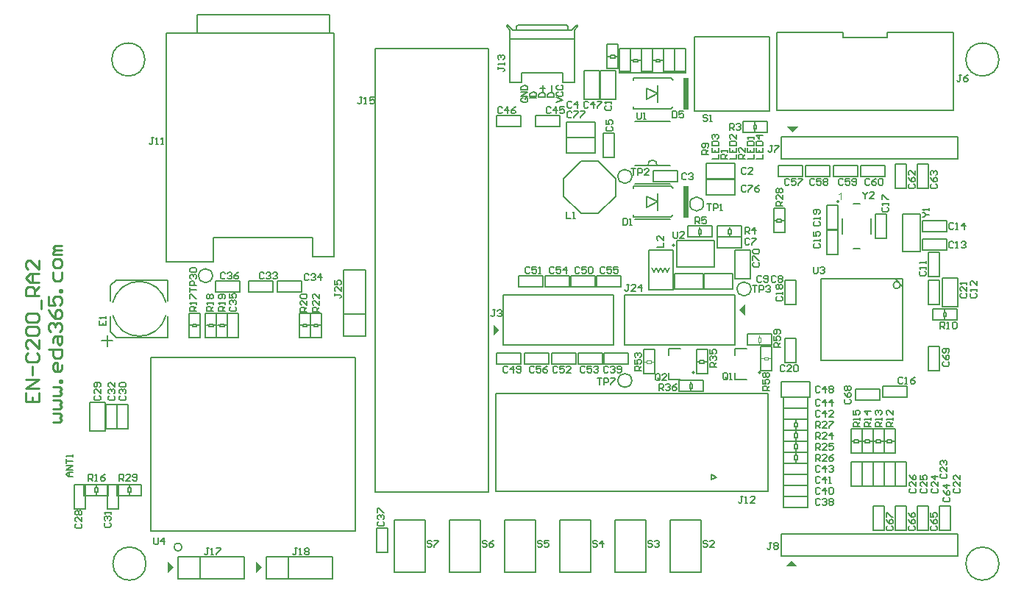
<source format=gto>
%FSLAX25Y25*%
%MOIN*%
G70*
G01*
G75*
%ADD10R,0.03500X0.03200*%
%ADD11R,0.03200X0.03000*%
%ADD12R,0.04500X0.05000*%
%ADD13R,0.05000X0.04500*%
%ADD14R,0.03200X0.03500*%
%ADD15R,0.03000X0.03200*%
%ADD16C,0.03200*%
%ADD17R,0.08200X0.11000*%
%ADD18R,0.07000X0.02500*%
%ADD19C,0.01000*%
%ADD20R,0.04000X0.02000*%
%ADD21R,0.08000X0.05500*%
%ADD22R,0.05000X0.04000*%
%ADD23R,0.04500X0.06000*%
%ADD24R,0.07000X0.05000*%
%ADD25R,0.06000X0.06000*%
%ADD26R,0.08500X0.01200*%
%ADD27R,0.08000X0.10000*%
%ADD28R,0.09000X0.03000*%
%ADD29R,0.03000X0.09000*%
%ADD30R,0.04000X0.04000*%
%ADD31R,0.13000X0.04000*%
%ADD32C,0.04000*%
%ADD33R,0.08000X0.13000*%
%ADD34R,0.04000X0.11000*%
%ADD35R,0.01600X0.07000*%
%ADD36R,0.06000X0.01000*%
%ADD37R,0.01000X0.06000*%
%ADD38C,0.02000*%
%ADD39C,0.01500*%
%ADD40C,0.00600*%
%ADD41C,0.03000*%
%ADD42C,0.02500*%
%ADD43C,0.01000*%
%ADD44C,0.01200*%
%ADD45C,0.02400*%
%ADD46C,0.03500*%
%ADD47C,0.13000*%
%ADD48R,0.05500X0.05500*%
%ADD49C,0.05500*%
%ADD50C,0.06000*%
%ADD51R,0.07000X0.07000*%
%ADD52C,0.07000*%
%ADD53O,0.03000X0.06000*%
%ADD54C,0.02400*%
%ADD55C,0.03937*%
%ADD56C,0.00500*%
%ADD57C,0.00800*%
%ADD58C,0.00200*%
%ADD59C,0.00787*%
G36*
X917700Y243400D02*
X912500D01*
X915100Y246000D01*
X917700Y243400D01*
D02*
G37*
G36*
X675000Y242900D02*
X672400Y240300D01*
Y245500D01*
X675000Y242900D01*
D02*
G37*
G36*
X635000D02*
X632400Y240300D01*
Y245500D01*
X635000Y242900D01*
D02*
G37*
G36*
X915500Y440000D02*
X912900Y442600D01*
X918100D01*
X915500Y440000D01*
D02*
G37*
G36*
X894100Y357000D02*
X891500Y359600D01*
X894100Y362200D01*
Y357000D01*
D02*
G37*
G36*
X782500Y350400D02*
X779900Y347800D01*
Y353000D01*
X782500Y350400D01*
D02*
G37*
D40*
X622000Y473000D02*
G03*
X622000Y473000I-7500J0D01*
G01*
X622500Y244500D02*
G03*
X622500Y244500I-7500J0D01*
G01*
X1009000D02*
G03*
X1009000Y244500I-7500J0D01*
G01*
Y473000D02*
G03*
X1009000Y473000I-7500J0D01*
G01*
X875140Y407500D02*
G03*
X875140Y407500I-3140J0D01*
G01*
X896640Y369000D02*
G03*
X896640Y369000I-3140J0D01*
G01*
X652640Y375000D02*
G03*
X652640Y375000I-3140J0D01*
G01*
X842640Y327500D02*
G03*
X842640Y327500I-3140J0D01*
G01*
X854000Y425000D02*
G03*
X850000Y425000I-2000J450D01*
G01*
X862000Y388780D02*
G03*
X862000Y388780I-500J0D01*
G01*
X871040Y331020D02*
G03*
X871040Y331020I-500J0D01*
G01*
X936500Y408500D02*
G03*
X936500Y408500I-500J0D01*
G01*
X638803Y252000D02*
G03*
X638803Y252000I-1803J0D01*
G01*
X619500Y372400D02*
G03*
X607470Y363007I0J-12400D01*
G01*
X631530D02*
G03*
X619500Y372400I-12030J-3007D01*
G01*
X607470Y356993D02*
G03*
X631530Y356993I12030J3007D01*
G01*
X911500Y315000D02*
X922500D01*
X911500D02*
Y320000D01*
X922500D01*
Y315000D02*
Y320000D01*
X862000Y478000D02*
X867000D01*
X862000Y467000D02*
Y478000D01*
Y467000D02*
X867000D01*
Y478000D01*
X862000Y467700D02*
X867000D01*
X837000Y478000D02*
X842000D01*
X837000Y467000D02*
Y478000D01*
Y467000D02*
X842000D01*
Y478000D01*
X837000Y467700D02*
X842000D01*
X857000Y478000D02*
X862000D01*
X857000Y467000D02*
Y478000D01*
Y467000D02*
X862000D01*
Y478000D01*
X857000Y467700D02*
X862000D01*
X847000Y478000D02*
X852000D01*
X847000Y467000D02*
Y478000D01*
Y467000D02*
X852000D01*
Y478000D01*
X847000Y467700D02*
X852000D01*
X861900Y369000D02*
Y376000D01*
Y369000D02*
X874900D01*
Y375500D01*
Y376000D01*
X861900D02*
X874900D01*
X888500Y369000D02*
Y376000D01*
X875500D02*
X888500D01*
X875500Y369500D02*
Y376000D01*
Y369000D02*
Y369500D01*
Y369000D02*
X888500D01*
X821000Y468000D02*
X828000D01*
X821000Y455000D02*
Y468000D01*
Y455000D02*
X827500D01*
X828000D01*
Y468000D01*
X826000Y437500D02*
Y444500D01*
X813000D02*
X826000D01*
X813000Y438000D02*
Y444500D01*
Y437500D02*
Y438000D01*
Y437500D02*
X826000D01*
X596900Y304500D02*
X603900D01*
Y317500D01*
X597400D02*
X603900D01*
X596900D02*
X597400D01*
X596900Y304500D02*
Y317500D01*
X876500Y419000D02*
Y426000D01*
Y419000D02*
X889500D01*
Y425500D01*
Y426000D01*
X876500D02*
X889500D01*
X983500Y374000D02*
X990500D01*
X983500Y361000D02*
Y374000D01*
Y361000D02*
X990000D01*
X990500D01*
Y374000D01*
X828500Y455000D02*
X835500D01*
Y468000D01*
X829000D02*
X835500D01*
X828500D02*
X829000D01*
X828500Y455000D02*
Y468000D01*
X923500Y320000D02*
Y327000D01*
X910500D02*
X923500D01*
X910500Y320500D02*
Y327000D01*
Y320000D02*
Y320500D01*
Y320000D02*
X923500D01*
X889500Y373500D02*
X896500D01*
Y386500D01*
X890000D02*
X896500D01*
X889500D02*
X890000D01*
X889500Y373500D02*
Y386500D01*
X727000Y249500D02*
X732000D01*
Y260500D01*
X727000D02*
X732000D01*
X727000Y249500D02*
Y260500D01*
X654000Y367500D02*
Y372500D01*
Y367500D02*
X665000D01*
Y372500D01*
X654000D02*
X665000D01*
X659500Y358000D02*
X664500D01*
X659500Y347000D02*
Y358000D01*
Y347000D02*
X664500D01*
Y358000D01*
X911500Y270000D02*
Y275000D01*
Y270000D02*
X922500D01*
Y275000D01*
X911500D02*
X922500D01*
X829900Y335000D02*
Y340000D01*
Y335000D02*
X840900D01*
Y340000D01*
X829900D02*
X840900D01*
X911500Y275000D02*
Y280000D01*
Y275000D02*
X922500D01*
Y280000D01*
X911500D02*
X922500D01*
Y285000D01*
X911500D02*
X922500D01*
X911500Y280000D02*
Y285000D01*
Y280000D02*
X922500D01*
X829700Y428500D02*
X834700D01*
Y439500D01*
X829700D02*
X834700D01*
X829700Y428500D02*
Y439500D01*
X892500Y387500D02*
Y392500D01*
X881500D02*
X892500D01*
X881500Y387500D02*
Y392500D01*
Y387500D02*
X892500D01*
X922500Y310000D02*
Y315000D01*
X911500D02*
X922500D01*
X911500Y310000D02*
Y315000D01*
Y310000D02*
X922500D01*
Y285000D02*
Y290000D01*
X911500D02*
X922500D01*
X911500Y285000D02*
Y290000D01*
Y285000D02*
X922500D01*
X799000Y442500D02*
Y447500D01*
Y442500D02*
X810000D01*
Y447500D01*
X799000D02*
X810000D01*
X682000Y367500D02*
Y372500D01*
Y367500D02*
X693000D01*
Y372500D01*
X682000D02*
X693000D01*
X680000Y367500D02*
Y372500D01*
X669000D02*
X680000D01*
X669000Y367500D02*
Y372500D01*
Y367500D02*
X680000D01*
X604500Y305500D02*
X609500D01*
Y316500D01*
X604500D02*
X609500D01*
X604500Y305500D02*
Y316500D01*
X605000Y269331D02*
X610000D01*
Y280331D01*
X605000D02*
X610000D01*
X605000Y269331D02*
Y280331D01*
X609500Y305500D02*
X614500D01*
Y316500D01*
X609500D02*
X614500D01*
X609500Y305500D02*
Y316500D01*
X863500Y417500D02*
Y422500D01*
X852500D02*
X863500D01*
X852500Y417500D02*
Y422500D01*
Y417500D02*
X863500D01*
X590000Y269331D02*
X595000D01*
Y280331D01*
X590000D02*
X595000D01*
X590000Y269331D02*
Y280331D01*
X942000Y290500D02*
X947000D01*
X942000Y279500D02*
Y290500D01*
Y279500D02*
X947000D01*
Y290500D01*
X781500Y442500D02*
Y447500D01*
Y442500D02*
X792500D01*
Y447500D01*
X781500D02*
X792500D01*
X947000Y290500D02*
X952000D01*
X947000Y279500D02*
Y290500D01*
Y279500D02*
X952000D01*
Y290500D01*
X957000D01*
X952000Y279500D02*
Y290500D01*
Y279500D02*
X957000D01*
Y290500D01*
X962000D01*
X957000Y279500D02*
Y290500D01*
Y279500D02*
X962000D01*
Y290500D01*
X967000D01*
X962000Y279500D02*
Y290500D01*
Y279500D02*
X967000D01*
Y290500D01*
X977000Y373000D02*
X982000D01*
X977000Y362000D02*
Y373000D01*
Y362000D02*
X982000D01*
Y373000D01*
X912000Y346500D02*
X917000D01*
X912000Y335500D02*
Y346500D01*
Y335500D02*
X917000D01*
Y346500D01*
X931000Y396100D02*
X936000D01*
Y407100D01*
X931000D02*
X936000D01*
X931000Y396100D02*
Y407100D01*
X912000Y373000D02*
X917000D01*
X912000Y362000D02*
Y373000D01*
Y362000D02*
X917000D01*
Y373000D01*
X953000Y403000D02*
X958000D01*
X953000Y392000D02*
Y403000D01*
Y392000D02*
X958000D01*
Y403000D01*
X956500Y320000D02*
Y325000D01*
Y320000D02*
X967500D01*
Y325000D01*
X956500D02*
X967500D01*
X931000Y384500D02*
X936000D01*
Y395500D01*
X931000D02*
X936000D01*
X931000Y384500D02*
Y395500D01*
X985500Y395000D02*
Y400000D01*
X974500D02*
X985500D01*
X974500Y395000D02*
Y400000D01*
Y395000D02*
X985500D01*
Y386500D02*
Y391500D01*
X974500D02*
X985500D01*
X974500Y386500D02*
Y391500D01*
Y386500D02*
X985500D01*
X977000Y374500D02*
X982000D01*
Y385500D01*
X977000D02*
X982000D01*
X977000Y374500D02*
Y385500D01*
X781500Y335000D02*
Y340000D01*
Y335000D02*
X792500D01*
Y340000D01*
X781500D02*
X792500D01*
X814900Y370000D02*
Y375000D01*
Y370000D02*
X825900D01*
Y375000D01*
X814900D02*
X825900D01*
X791500Y370000D02*
Y375000D01*
Y370000D02*
X802500D01*
Y375000D01*
X791500D02*
X802500D01*
X806500Y335000D02*
Y340000D01*
Y335000D02*
X817500D01*
Y340000D01*
X806500D02*
X817500D01*
X829300Y335000D02*
Y340000D01*
X818300D02*
X829300D01*
X818300Y335000D02*
Y340000D01*
Y335000D02*
X829300D01*
X814200Y370000D02*
Y375000D01*
X803200D02*
X814200D01*
X803200Y370000D02*
Y375000D01*
Y370000D02*
X814200D01*
X837600D02*
Y375000D01*
X826600D02*
X837600D01*
X826600Y370000D02*
Y375000D01*
Y370000D02*
X837600D01*
X805000Y335000D02*
Y340000D01*
X794000D02*
X805000D01*
X794000Y335000D02*
Y340000D01*
Y335000D02*
X805000D01*
X920000Y420000D02*
Y425000D01*
X909000D02*
X920000D01*
X909000Y420000D02*
Y425000D01*
Y420000D02*
X920000D01*
X932500D02*
Y425000D01*
X921500D02*
X932500D01*
X921500Y420000D02*
Y425000D01*
Y420000D02*
X932500D01*
X945000D02*
Y425000D01*
X934000D02*
X945000D01*
X934000Y420000D02*
Y425000D01*
Y420000D02*
X945000D01*
X962000Y414500D02*
X967000D01*
Y425500D01*
X962000D02*
X967000D01*
X962000Y414500D02*
Y425500D01*
X972000Y414500D02*
X977000D01*
Y425500D01*
X972000D02*
X977000D01*
X972000Y414500D02*
Y425500D01*
X982000Y270500D02*
X987000D01*
X982000Y259500D02*
Y270500D01*
Y259500D02*
X987000D01*
Y270500D01*
X972000D02*
X977000D01*
X972000Y259500D02*
Y270500D01*
Y259500D02*
X977000D01*
Y270500D01*
X962000D02*
X967000D01*
X962000Y259500D02*
Y270500D01*
Y259500D02*
X967000D01*
Y270500D01*
X952000D02*
X957000D01*
X952000Y259500D02*
Y270500D01*
Y259500D02*
X957000D01*
Y270500D01*
X944000Y318500D02*
Y323500D01*
Y318500D02*
X955000D01*
Y323500D01*
X944000D02*
X955000D01*
X977000Y332000D02*
X982000D01*
Y343000D01*
X977000D02*
X982000D01*
X977000Y332000D02*
Y343000D01*
X615000Y275731D02*
Y276931D01*
Y278831D02*
Y279931D01*
X614400Y278831D02*
X615000D01*
X614400Y276931D02*
Y278831D01*
Y276931D02*
X615600D01*
Y278831D01*
X614400D02*
X615600D01*
X609500Y275331D02*
Y280331D01*
Y275331D02*
X620500D01*
Y280331D01*
X609500D02*
X620500D01*
X831800Y474300D02*
X833000D01*
X834900D02*
X836000D01*
X834900D02*
Y474900D01*
X833000D02*
X834900D01*
X833000Y473700D02*
Y474900D01*
Y473700D02*
X834900D01*
Y474900D01*
X831400Y479800D02*
X836400D01*
X831400Y468800D02*
Y479800D01*
Y468800D02*
X836400D01*
Y479800D01*
X917000Y308400D02*
Y309600D01*
Y305400D02*
Y306500D01*
X917600D01*
Y308400D01*
X916400D02*
X917600D01*
X916400Y306500D02*
Y308400D01*
Y306500D02*
X917600D01*
X922500Y305000D02*
Y310000D01*
X911500D02*
X922500D01*
X911500Y305000D02*
Y310000D01*
Y305000D02*
X922500D01*
X845400Y472500D02*
X846600D01*
X842400D02*
X843500D01*
Y471900D02*
Y472500D01*
Y471900D02*
X845400D01*
Y473100D01*
X843500D02*
X845400D01*
X843500Y471900D02*
Y473100D01*
X842000Y467000D02*
X847000D01*
Y478000D01*
X842000D02*
X847000D01*
X842000Y467000D02*
Y478000D01*
X960400Y300000D02*
X961600D01*
X957400D02*
X958500D01*
Y299400D02*
Y300000D01*
Y299400D02*
X960400D01*
Y300600D01*
X958500D02*
X960400D01*
X958500Y299400D02*
Y300600D01*
X957000Y294500D02*
X962000D01*
Y305500D01*
X957000D02*
X962000D01*
X957000Y294500D02*
Y305500D01*
X955400Y300000D02*
X956600D01*
X952400D02*
X953500D01*
Y299400D02*
Y300000D01*
Y299400D02*
X955400D01*
Y300600D01*
X953500D02*
X955400D01*
X953500Y299400D02*
Y300600D01*
X952000Y294500D02*
X957000D01*
Y305500D01*
X952000D02*
X957000D01*
X952000Y294500D02*
Y305500D01*
X950400Y300000D02*
X951600D01*
X947400D02*
X948500D01*
Y299400D02*
Y300000D01*
Y299400D02*
X950400D01*
Y300600D01*
X948500D02*
X950400D01*
X948500Y299400D02*
Y300600D01*
X947000Y294500D02*
X952000D01*
Y305500D01*
X947000D02*
X952000D01*
X947000Y294500D02*
Y305500D01*
X945400Y300000D02*
X946600D01*
X942400D02*
X943500D01*
Y299400D02*
Y300000D01*
Y299400D02*
X945400D01*
Y300600D01*
X943500D02*
X945400D01*
X943500Y299400D02*
Y300600D01*
X942000Y294500D02*
X947000D01*
Y305500D01*
X942000D02*
X947000D01*
X942000Y294500D02*
Y305500D01*
X600000Y275731D02*
Y276931D01*
Y278831D02*
Y279931D01*
X599400Y278831D02*
X600000D01*
X599400Y276931D02*
Y278831D01*
Y276931D02*
X600600D01*
Y278831D01*
X599400D02*
X600600D01*
X594500Y275331D02*
Y280331D01*
Y275331D02*
X605500D01*
Y280331D01*
X594500D02*
X605500D01*
X642400Y352500D02*
X643600D01*
X645500D02*
X646600D01*
X645500D02*
Y353100D01*
X643600D02*
X645500D01*
X643600Y351900D02*
Y353100D01*
Y351900D02*
X645500D01*
Y353100D01*
X642000Y358000D02*
X647000D01*
X642000Y347000D02*
Y358000D01*
Y347000D02*
X647000D01*
Y358000D01*
X649900Y352500D02*
X651100D01*
X653000D02*
X654100D01*
X653000D02*
Y353100D01*
X651100D02*
X653000D01*
X651100Y351900D02*
Y353100D01*
Y351900D02*
X653000D01*
Y353100D01*
X649500Y358000D02*
X654500D01*
X649500Y347000D02*
Y358000D01*
Y347000D02*
X654500D01*
Y358000D01*
X654900Y352500D02*
X656100D01*
X658000D02*
X659100D01*
X658000D02*
Y353100D01*
X656100D02*
X658000D01*
X656100Y351900D02*
Y353100D01*
Y351900D02*
X658000D01*
Y353100D01*
X654500Y358000D02*
X659500D01*
X654500Y347000D02*
Y358000D01*
Y347000D02*
X659500D01*
Y358000D01*
X852400Y472500D02*
X853600D01*
X855500D02*
X856600D01*
X855500D02*
Y473100D01*
X853600D02*
X855500D01*
X853600Y471900D02*
Y473100D01*
Y471900D02*
X855500D01*
Y473100D01*
X852000Y478000D02*
X857000D01*
X852000Y467000D02*
Y478000D01*
Y467000D02*
X857000D01*
Y478000D01*
X692400Y352500D02*
X693600D01*
X695500D02*
X696600D01*
X695500D02*
Y353100D01*
X693600D02*
X695500D01*
X693600Y351900D02*
Y353100D01*
Y351900D02*
X695500D01*
Y353100D01*
X692000Y358000D02*
X697000D01*
X692000Y347000D02*
Y358000D01*
Y347000D02*
X697000D01*
Y358000D01*
X697400Y352500D02*
X698600D01*
X700500D02*
X701600D01*
X700500D02*
Y353100D01*
X698600D02*
X700500D01*
X698600Y351900D02*
Y353100D01*
Y351900D02*
X700500D01*
Y353100D01*
X697000Y358000D02*
X702000D01*
X697000Y347000D02*
Y358000D01*
Y347000D02*
X702000D01*
Y358000D01*
X917000Y300400D02*
Y301600D01*
Y303500D02*
Y304600D01*
X916400Y303500D02*
X917000D01*
X916400Y301600D02*
Y303500D01*
Y301600D02*
X917600D01*
Y303500D01*
X916400D02*
X917600D01*
X911500Y300000D02*
Y305000D01*
Y300000D02*
X922500D01*
Y305000D01*
X911500D02*
X922500D01*
X917000Y295400D02*
Y296600D01*
Y298500D02*
Y299600D01*
X916400Y298500D02*
X917000D01*
X916400Y296600D02*
Y298500D01*
Y296600D02*
X917600D01*
Y298500D01*
X916400D02*
X917600D01*
X911500Y295000D02*
Y300000D01*
Y295000D02*
X922500D01*
Y300000D01*
X911500D02*
X922500D01*
X917000Y290400D02*
Y291600D01*
Y293500D02*
Y294600D01*
X916400Y293500D02*
X917000D01*
X916400Y291600D02*
Y293500D01*
Y291600D02*
X917600D01*
Y293500D01*
X916400D02*
X917600D01*
X911500Y290000D02*
Y295000D01*
Y290000D02*
X922500D01*
Y295000D01*
X911500D02*
X922500D01*
X898500Y443400D02*
Y444600D01*
Y440400D02*
Y441500D01*
X899100D01*
Y443400D01*
X897900D02*
X899100D01*
X897900Y441500D02*
Y443400D01*
Y441500D02*
X899100D01*
X904000Y440000D02*
Y445000D01*
X893000D02*
X904000D01*
X893000Y440000D02*
Y445000D01*
Y440000D02*
X904000D01*
X887000Y392900D02*
Y394100D01*
Y396000D02*
Y397100D01*
X886400Y396000D02*
X887000D01*
X886400Y394100D02*
Y396000D01*
Y394100D02*
X887600D01*
Y396000D01*
X886400D02*
X887600D01*
X881500Y392500D02*
Y397500D01*
Y392500D02*
X892500D01*
Y397500D01*
X881500D02*
X892500D01*
X873500Y392900D02*
Y394100D01*
Y396000D02*
Y397100D01*
X872900Y396000D02*
X873500D01*
X872900Y394100D02*
Y396000D01*
Y394100D02*
X874100D01*
Y396000D01*
X872900D02*
X874100D01*
X868000Y392500D02*
Y397500D01*
Y392500D02*
X879000D01*
Y397500D01*
X868000D02*
X879000D01*
X910400Y400000D02*
X911600D01*
X907400D02*
X908500D01*
Y399400D02*
Y400000D01*
Y399400D02*
X910400D01*
Y400600D01*
X908500D02*
X910400D01*
X908500Y399400D02*
Y400600D01*
X907000Y394500D02*
X912000D01*
Y405500D01*
X907000D02*
X912000D01*
X907000Y394500D02*
Y405500D01*
X984500Y358400D02*
Y359600D01*
Y355400D02*
Y356500D01*
X985100D01*
Y358400D01*
X983900D02*
X985100D01*
X983900Y356500D02*
Y358400D01*
Y356500D02*
X985100D01*
X990000Y355000D02*
Y360000D01*
X979000D02*
X990000D01*
X979000Y355000D02*
Y360000D01*
Y355000D02*
X990000D01*
X875400Y336000D02*
X876600D01*
X872400D02*
X873500D01*
Y335400D02*
Y336000D01*
Y335400D02*
X875400D01*
Y336600D01*
X873500D02*
X875400D01*
X873500Y335400D02*
Y336600D01*
X872000Y330500D02*
X877000D01*
Y341500D01*
X872000D02*
X877000D01*
X872000Y330500D02*
Y341500D01*
X869500Y322900D02*
Y324100D01*
Y326000D02*
Y327100D01*
X868900Y326000D02*
X869500D01*
X868900Y324100D02*
Y326000D01*
Y324100D02*
X870100D01*
Y326000D01*
X868900D02*
X870100D01*
X864000Y322500D02*
Y327500D01*
Y322500D02*
X875000D01*
Y327500D01*
X864000D02*
X875000D01*
X844000Y416500D02*
X860000D01*
X844000Y400500D02*
X860000D01*
X849500Y411000D02*
X854500Y408500D01*
X849500Y406000D02*
X854500Y408500D01*
X849500Y406000D02*
Y411000D01*
X854500Y404750D02*
Y412250D01*
X843500Y415500D02*
X860500D01*
X861500Y414500D01*
X843500D02*
Y415500D01*
Y401500D02*
Y402500D01*
Y401500D02*
X860500D01*
X861500Y402500D01*
X866500Y401500D02*
Y415500D01*
X867000Y401500D02*
Y415500D01*
X867500Y401500D02*
Y415500D01*
X868000Y401500D02*
Y415500D01*
X844000Y445000D02*
X860000D01*
X844000Y425000D02*
X860000D01*
X863000Y382000D02*
Y391000D01*
X880000D01*
Y379000D02*
Y391000D01*
X863000Y379000D02*
X880000D01*
X863000D02*
Y382000D01*
X850200Y386500D02*
X861200D01*
X850200Y368500D02*
Y386500D01*
Y368500D02*
X861200D01*
Y386500D01*
X851700Y378500D02*
X852700Y376500D01*
X853700Y378500D01*
X854700Y376500D01*
X855700Y378500D01*
X856700Y376500D01*
X857700Y378500D01*
X858700Y376500D01*
X859700Y378500D01*
X859240Y342000D02*
X864760D01*
X859240Y338940D02*
Y342000D01*
Y328000D02*
Y331060D01*
Y328000D02*
X864760D01*
X951000Y394100D02*
Y400900D01*
X943100Y387300D02*
X945900D01*
X943100Y407700D02*
X945900D01*
X938000Y394100D02*
Y400900D01*
X965500Y403000D02*
X973500D01*
X965500Y386000D02*
Y403000D01*
Y386000D02*
X973500D01*
Y403000D01*
X827437Y403189D02*
X835311Y411063D01*
Y418937D01*
X827437Y426811D02*
X835311Y418937D01*
X819563Y426811D02*
X827437D01*
X811689Y418937D02*
X819563Y426811D01*
X811689Y411063D02*
Y418937D01*
Y411063D02*
X819563Y403189D01*
X827437D01*
X878606Y282448D02*
Y284889D01*
X881047Y283669D01*
X878606Y282448D02*
X881047Y283669D01*
X904236Y277330D02*
Y321740D01*
X780969D02*
X904236D01*
X780969Y277330D02*
Y321740D01*
Y277330D02*
X904236D01*
X904929Y449571D02*
Y483429D01*
X871071D02*
X904929D01*
X871071Y449571D02*
Y483429D01*
Y449571D02*
X904929D01*
X734913Y240689D02*
Y264311D01*
Y240689D02*
X749087D01*
Y264311D01*
X734913D02*
X749087D01*
X774087Y240689D02*
Y264311D01*
X759913D02*
X774087D01*
X759913Y240689D02*
Y264311D01*
Y240689D02*
X774087D01*
X799087D02*
Y264311D01*
X784913D02*
X799087D01*
X784913Y240689D02*
Y264311D01*
Y240689D02*
X799087D01*
X824087D02*
Y264311D01*
X809913D02*
X824087D01*
X809913Y240689D02*
Y264311D01*
Y240689D02*
X824087D01*
X849087D02*
Y264311D01*
X834913D02*
X849087D01*
X834913Y240689D02*
Y264311D01*
Y240689D02*
X849087D01*
X874087D02*
Y264311D01*
X859913D02*
X874087D01*
X859913Y240689D02*
Y264311D01*
Y240689D02*
X874087D01*
X990500Y428000D02*
Y438000D01*
X910500D02*
X990500D01*
X910500Y428000D02*
Y438000D01*
Y428000D02*
X990500D01*
Y248000D02*
Y258000D01*
X910500D02*
X990500D01*
X910500Y248000D02*
Y258000D01*
Y248000D02*
X990500D01*
X647000Y237500D02*
Y247500D01*
X637000Y237500D02*
Y247500D01*
Y237500D02*
X667000D01*
Y247500D01*
X637000D02*
X667000D01*
X687000Y237500D02*
Y247500D01*
X677000Y237500D02*
Y247500D01*
Y237500D02*
X707000D01*
Y247500D01*
X677000D02*
X707000D01*
X717457Y259130D02*
Y337870D01*
X624543D02*
X717457D01*
X624543Y259130D02*
Y337870D01*
Y259130D02*
X717457D01*
X908500Y449784D02*
Y485217D01*
Y449784D02*
X988500D01*
Y485217D01*
X958500D02*
X988500D01*
X958500Y482854D02*
Y485217D01*
X938500Y482854D02*
X958500D01*
X938500D02*
Y485217D01*
X908500D02*
X938500D01*
X834500Y343600D02*
Y366400D01*
X784500D02*
X834500D01*
X784500Y343600D02*
Y366400D01*
Y343600D02*
X834500D01*
X602500Y345500D02*
X607500D01*
X605000Y343000D02*
Y348000D01*
X632500Y347000D02*
Y356500D01*
X609000Y347000D02*
X632500D01*
X606500Y349500D02*
X609000Y347000D01*
X606500Y349500D02*
Y356500D01*
Y363500D02*
Y370500D01*
X609000Y373000D01*
X632500D01*
Y363500D02*
Y373000D01*
X726409Y277106D02*
Y477894D01*
X777591D01*
Y277106D02*
Y477894D01*
X726409Y277106D02*
X777591D01*
X645756Y485272D02*
Y493146D01*
X705598D01*
Y485272D02*
Y493146D01*
X631661Y381335D02*
X653000D01*
Y392161D01*
X698000D01*
Y383500D02*
Y392161D01*
Y383500D02*
X707842D01*
Y484878D01*
X631661D02*
X707842D01*
X631661Y381335D02*
Y484878D01*
D43*
X567902Y321799D02*
Y317800D01*
X573900D01*
Y321799D01*
X570901Y317800D02*
Y319799D01*
X573900Y323798D02*
X567902D01*
X573900Y327797D01*
X567902D01*
X570901Y329796D02*
Y333795D01*
X568902Y339793D02*
X567902Y338793D01*
Y336794D01*
X568902Y335794D01*
X572900D01*
X573900Y336794D01*
Y338793D01*
X572900Y339793D01*
X573900Y345791D02*
Y341792D01*
X569901Y345791D01*
X568902D01*
X567902Y344791D01*
Y342792D01*
X568902Y341792D01*
Y347790D02*
X567902Y348790D01*
Y350789D01*
X568902Y351789D01*
X572900D01*
X573900Y350789D01*
Y348790D01*
X572900Y347790D01*
X568902D01*
Y353788D02*
X567902Y354788D01*
Y356787D01*
X568902Y357787D01*
X572900D01*
X573900Y356787D01*
Y354788D01*
X572900Y353788D01*
X568902D01*
X574900Y359786D02*
Y363785D01*
X573900Y365785D02*
X567902D01*
Y368783D01*
X568902Y369783D01*
X570901D01*
X571901Y368783D01*
Y365785D01*
Y367784D02*
X573900Y369783D01*
Y371782D02*
X569901D01*
X567902Y373782D01*
X569901Y375781D01*
X573900D01*
X570901D01*
Y371782D01*
X573900Y381779D02*
Y377781D01*
X569901Y381779D01*
X568902D01*
X567902Y380780D01*
Y378780D01*
X568902Y377781D01*
X580401Y308500D02*
X583400D01*
X584400Y309500D01*
X583400Y310499D01*
X584400Y311499D01*
X583400Y312499D01*
X580401D01*
Y314498D02*
X583400D01*
X584400Y315498D01*
X583400Y316497D01*
X584400Y317497D01*
X583400Y318497D01*
X580401D01*
Y320496D02*
X583400D01*
X584400Y321496D01*
X583400Y322496D01*
X584400Y323495D01*
X583400Y324495D01*
X580401D01*
X584400Y326494D02*
X583400D01*
Y327494D01*
X584400D01*
Y326494D01*
Y334492D02*
Y332492D01*
X583400Y331493D01*
X581401D01*
X580401Y332492D01*
Y334492D01*
X581401Y335491D01*
X582401D01*
Y331493D01*
X578402Y341489D02*
X584400D01*
Y338490D01*
X583400Y337491D01*
X581401D01*
X580401Y338490D01*
Y341489D01*
Y344488D02*
Y346488D01*
X581401Y347487D01*
X584400D01*
Y344488D01*
X583400Y343489D01*
X582401Y344488D01*
Y347487D01*
X579402Y349487D02*
X578402Y350486D01*
Y352486D01*
X579402Y353485D01*
X580401D01*
X581401Y352486D01*
Y351486D01*
Y352486D01*
X582401Y353485D01*
X583400D01*
X584400Y352486D01*
Y350486D01*
X583400Y349487D01*
X578402Y359484D02*
X579402Y357484D01*
X581401Y355485D01*
X583400D01*
X584400Y356485D01*
Y358484D01*
X583400Y359484D01*
X582401D01*
X581401Y358484D01*
Y355485D01*
X578402Y365482D02*
Y361483D01*
X581401D01*
X580401Y363482D01*
Y364482D01*
X581401Y365482D01*
X583400D01*
X584400Y364482D01*
Y362483D01*
X583400Y361483D01*
X584400Y367481D02*
X583400D01*
Y368481D01*
X584400D01*
Y367481D01*
X580401Y376478D02*
Y373479D01*
X581401Y372479D01*
X583400D01*
X584400Y373479D01*
Y376478D01*
Y379477D02*
Y381476D01*
X583400Y382476D01*
X581401D01*
X580401Y381476D01*
Y379477D01*
X581401Y378477D01*
X583400D01*
X584400Y379477D01*
Y384475D02*
X580401D01*
Y385475D01*
X581401Y386475D01*
X584400D01*
X581401D01*
X580401Y387474D01*
X581401Y388474D01*
X584400D01*
D56*
X842640Y420000D02*
G03*
X842640Y420000I-3140J0D01*
G01*
X876500Y411500D02*
Y418500D01*
Y411500D02*
X889500D01*
Y418000D01*
Y418500D01*
X876500D02*
X889500D01*
X826000Y430500D02*
Y437500D01*
X813000D02*
X826000D01*
X813000Y431000D02*
Y437500D01*
Y430500D02*
Y431000D01*
Y430500D02*
X826000D01*
X957500Y420000D02*
Y425000D01*
X946500D02*
X957500D01*
X946500Y420000D02*
Y425000D01*
Y420000D02*
X957500D01*
X848000Y330500D02*
X853000D01*
Y341500D01*
X848000D02*
X853000D01*
X848000Y330500D02*
Y341500D01*
X901000Y343000D02*
X906000D01*
X901000Y332000D02*
Y343000D01*
Y332000D02*
X906000D01*
Y343000D01*
Y343500D02*
Y348500D01*
X895000D02*
X906000D01*
X895000Y343500D02*
Y348500D01*
Y343500D02*
X906000D01*
X927999Y318499D02*
X927499Y318999D01*
X926500D01*
X926000Y318499D01*
Y316500D01*
X926500Y316000D01*
X927499D01*
X927999Y316500D01*
X930499Y316000D02*
Y318999D01*
X928999Y317499D01*
X930998D01*
X933498Y316000D02*
Y318999D01*
X931998Y317499D01*
X933997D01*
X899001Y428000D02*
X902000D01*
Y429999D01*
X899001Y432998D02*
Y430999D01*
X902000D01*
Y432998D01*
X900500Y430999D02*
Y431999D01*
X899001Y433998D02*
X902000D01*
Y435498D01*
X901500Y435997D01*
X899501D01*
X899001Y435498D01*
Y433998D01*
X902000Y438497D02*
X899001D01*
X900500Y436997D01*
Y438996D01*
X879001Y428000D02*
X882000D01*
Y429999D01*
X879001Y432998D02*
Y430999D01*
X882000D01*
Y432998D01*
X880501Y430999D02*
Y431999D01*
X879001Y433998D02*
X882000D01*
Y435498D01*
X881500Y435997D01*
X879501D01*
X879001Y435498D01*
Y433998D01*
X879501Y436997D02*
X879001Y437497D01*
Y438497D01*
X879501Y438996D01*
X880001D01*
X880501Y438497D01*
Y437997D01*
Y438497D01*
X881000Y438996D01*
X881500D01*
X882000Y438497D01*
Y437497D01*
X881500Y436997D01*
X895001Y428000D02*
X898000D01*
Y429999D01*
X895001Y432998D02*
Y430999D01*
X898000D01*
Y432998D01*
X896500Y430999D02*
Y431999D01*
X895001Y433998D02*
X898000D01*
Y435498D01*
X897500Y435997D01*
X895501D01*
X895001Y435498D01*
Y433998D01*
X898000Y436997D02*
Y437997D01*
Y437497D01*
X895001D01*
X895501Y436997D01*
X887001Y428000D02*
X890000D01*
Y429999D01*
X887001Y432998D02*
Y430999D01*
X890000D01*
Y432998D01*
X888500Y430999D02*
Y431999D01*
X887001Y433998D02*
X890000D01*
Y435498D01*
X889500Y435997D01*
X887501D01*
X887001Y435498D01*
Y433998D01*
X890000Y438996D02*
Y436997D01*
X888001Y438996D01*
X887501D01*
X887001Y438497D01*
Y437497D01*
X887501Y436997D01*
X901499Y374499D02*
X901000Y374999D01*
X900000D01*
X899500Y374499D01*
Y372500D01*
X900000Y372000D01*
X901000D01*
X901499Y372500D01*
X902499D02*
X902999Y372000D01*
X903999D01*
X904498Y372500D01*
Y374499D01*
X903999Y374999D01*
X902999D01*
X902499Y374499D01*
Y373999D01*
X902999Y373499D01*
X904498D01*
X907999Y374499D02*
X907500Y374999D01*
X906500D01*
X906000Y374499D01*
Y372500D01*
X906500Y372000D01*
X907500D01*
X907999Y372500D01*
X908999Y374499D02*
X909499Y374999D01*
X910499D01*
X910998Y374499D01*
Y373999D01*
X910499Y373499D01*
X910998Y373000D01*
Y372500D01*
X910499Y372000D01*
X909499D01*
X908999Y372500D01*
Y373000D01*
X909499Y373499D01*
X908999Y373999D01*
Y374499D01*
X909499Y373499D02*
X910499D01*
X822999Y453499D02*
X822499Y453999D01*
X821500D01*
X821000Y453499D01*
Y451500D01*
X821500Y451000D01*
X822499D01*
X822999Y451500D01*
X825499Y451000D02*
Y453999D01*
X823999Y452499D01*
X825998D01*
X826998Y453999D02*
X828997D01*
Y453499D01*
X826998Y451500D01*
Y451000D01*
X815499Y453499D02*
X814999Y453999D01*
X814000D01*
X813500Y453499D01*
Y451500D01*
X814000Y451000D01*
X814999D01*
X815499Y451500D01*
X817999Y451000D02*
Y453999D01*
X816499Y452499D01*
X818498D01*
X599501Y320499D02*
X599001Y320000D01*
Y319000D01*
X599501Y318500D01*
X601500D01*
X602000Y319000D01*
Y320000D01*
X601500Y320499D01*
X602000Y323498D02*
Y321499D01*
X600001Y323498D01*
X599501D01*
X599001Y322998D01*
Y321999D01*
X599501Y321499D01*
X601500Y324498D02*
X602000Y324998D01*
Y325998D01*
X601500Y326497D01*
X599501D01*
X599001Y325998D01*
Y324998D01*
X599501Y324498D01*
X600001D01*
X600500Y324998D01*
Y326497D01*
X894499Y423499D02*
X893999Y423999D01*
X893000D01*
X892500Y423499D01*
Y421500D01*
X893000Y421000D01*
X893999D01*
X894499Y421500D01*
X897498Y421000D02*
X895499D01*
X897498Y422999D01*
Y423499D01*
X896999Y423999D01*
X895999D01*
X895499Y423499D01*
X996501Y366999D02*
X996001Y366499D01*
Y365500D01*
X996501Y365000D01*
X998500D01*
X999000Y365500D01*
Y366499D01*
X998500Y366999D01*
X999000Y367999D02*
Y368999D01*
Y368499D01*
X996001D01*
X996501Y367999D01*
X999000Y372498D02*
Y370498D01*
X997001Y372498D01*
X996501D01*
X996001Y371998D01*
Y370998D01*
X996501Y370498D01*
X831001Y451999D02*
X830501Y451500D01*
Y450500D01*
X831001Y450000D01*
X833000D01*
X833500Y450500D01*
Y451500D01*
X833000Y451999D01*
X833500Y452999D02*
Y453999D01*
Y453499D01*
X830501D01*
X831001Y452999D01*
X927999Y324499D02*
X927499Y324999D01*
X926500D01*
X926000Y324499D01*
Y322500D01*
X926500Y322000D01*
X927499D01*
X927999Y322500D01*
X930499Y322000D02*
Y324999D01*
X928999Y323499D01*
X930998D01*
X931998Y324499D02*
X932498Y324999D01*
X933498D01*
X933997Y324499D01*
Y323999D01*
X933498Y323499D01*
X933997Y323000D01*
Y322500D01*
X933498Y322000D01*
X932498D01*
X931998Y322500D01*
Y323000D01*
X932498Y323499D01*
X931998Y323999D01*
Y324499D01*
X932498Y323499D02*
X933498D01*
X898001Y380999D02*
X897501Y380500D01*
Y379500D01*
X898001Y379000D01*
X900000D01*
X900500Y379500D01*
Y380500D01*
X900000Y380999D01*
X897501Y381999D02*
Y383998D01*
X898001D01*
X900000Y381999D01*
X900500D01*
X898001Y384998D02*
X897501Y385498D01*
Y386498D01*
X898001Y386997D01*
X900000D01*
X900500Y386498D01*
Y385498D01*
X900000Y384998D01*
X898001D01*
X894499Y415499D02*
X893999Y415999D01*
X893000D01*
X892500Y415499D01*
Y413500D01*
X893000Y413000D01*
X893999D01*
X894499Y413500D01*
X895499Y415999D02*
X897498D01*
Y415499D01*
X895499Y413500D01*
Y413000D01*
X900497Y415999D02*
X899498Y415499D01*
X898498Y414500D01*
Y413500D01*
X898998Y413000D01*
X899998D01*
X900497Y413500D01*
Y414000D01*
X899998Y414500D01*
X898498D01*
X815499Y448999D02*
X814999Y449499D01*
X814000D01*
X813500Y448999D01*
Y447000D01*
X814000Y446500D01*
X814999D01*
X815499Y447000D01*
X816499Y449499D02*
X818498D01*
Y448999D01*
X816499Y447000D01*
Y446500D01*
X819498Y449499D02*
X821497D01*
Y448999D01*
X819498Y447000D01*
Y446500D01*
X728001Y263499D02*
X727501Y263000D01*
Y262000D01*
X728001Y261500D01*
X730000D01*
X730500Y262000D01*
Y263000D01*
X730000Y263499D01*
X728001Y264499D02*
X727501Y264999D01*
Y265999D01*
X728001Y266498D01*
X728501D01*
X729001Y265999D01*
Y265499D01*
Y265999D01*
X729500Y266498D01*
X730000D01*
X730500Y265999D01*
Y264999D01*
X730000Y264499D01*
X727501Y267498D02*
Y269497D01*
X728001D01*
X730000Y267498D01*
X730500D01*
X658499Y375999D02*
X658000Y376499D01*
X657000D01*
X656500Y375999D01*
Y374000D01*
X657000Y373500D01*
X658000D01*
X658499Y374000D01*
X659499Y375999D02*
X659999Y376499D01*
X660998D01*
X661498Y375999D01*
Y375499D01*
X660998Y374999D01*
X660499D01*
X660998D01*
X661498Y374500D01*
Y374000D01*
X660998Y373500D01*
X659999D01*
X659499Y374000D01*
X664497Y376499D02*
X663498Y375999D01*
X662498Y374999D01*
Y374000D01*
X662998Y373500D01*
X663998D01*
X664497Y374000D01*
Y374500D01*
X663998Y374999D01*
X662498D01*
X661001Y360799D02*
X660501Y360299D01*
Y359300D01*
X661001Y358800D01*
X663000D01*
X663500Y359300D01*
Y360299D01*
X663000Y360799D01*
X661001Y361799D02*
X660501Y362299D01*
Y363299D01*
X661001Y363798D01*
X661501D01*
X662001Y363299D01*
Y362799D01*
Y363299D01*
X662500Y363798D01*
X663000D01*
X663500Y363299D01*
Y362299D01*
X663000Y361799D01*
X660501Y366797D02*
Y364798D01*
X662001D01*
X661501Y365798D01*
Y366298D01*
X662001Y366797D01*
X663000D01*
X663500Y366298D01*
Y365298D01*
X663000Y364798D01*
X927999Y273499D02*
X927499Y273999D01*
X926500D01*
X926000Y273499D01*
Y271500D01*
X926500Y271000D01*
X927499D01*
X927999Y271500D01*
X928999Y273499D02*
X929499Y273999D01*
X930499D01*
X930998Y273499D01*
Y272999D01*
X930499Y272499D01*
X929999D01*
X930499D01*
X930998Y272000D01*
Y271500D01*
X930499Y271000D01*
X929499D01*
X928999Y271500D01*
X931998Y273499D02*
X932498Y273999D01*
X933498D01*
X933997Y273499D01*
Y272999D01*
X933498Y272499D01*
X933997Y272000D01*
Y271500D01*
X933498Y271000D01*
X932498D01*
X931998Y271500D01*
Y272000D01*
X932498Y272499D01*
X931998Y272999D01*
Y273499D01*
X932498Y272499D02*
X933498D01*
X831999Y333499D02*
X831499Y333999D01*
X830500D01*
X830000Y333499D01*
Y331500D01*
X830500Y331000D01*
X831499D01*
X831999Y331500D01*
X832999Y333499D02*
X833499Y333999D01*
X834499D01*
X834998Y333499D01*
Y332999D01*
X834499Y332500D01*
X833999D01*
X834499D01*
X834998Y332000D01*
Y331500D01*
X834499Y331000D01*
X833499D01*
X832999Y331500D01*
X835998D02*
X836498Y331000D01*
X837498D01*
X837997Y331500D01*
Y333499D01*
X837498Y333999D01*
X836498D01*
X835998Y333499D01*
Y332999D01*
X836498Y332500D01*
X837997D01*
X927999Y278499D02*
X927499Y278999D01*
X926500D01*
X926000Y278499D01*
Y276500D01*
X926500Y276000D01*
X927499D01*
X927999Y276500D01*
X930499Y276000D02*
Y278999D01*
X928999Y277500D01*
X930998D01*
X931998Y278499D02*
X932498Y278999D01*
X933498D01*
X933997Y278499D01*
Y276500D01*
X933498Y276000D01*
X932498D01*
X931998Y276500D01*
Y278499D01*
X927999Y283499D02*
X927499Y283999D01*
X926500D01*
X926000Y283499D01*
Y281500D01*
X926500Y281000D01*
X927499D01*
X927999Y281500D01*
X930499Y281000D02*
Y283999D01*
X928999Y282500D01*
X930998D01*
X931998Y281000D02*
X932998D01*
X932498D01*
Y283999D01*
X931998Y283499D01*
X831501Y442499D02*
X831001Y441999D01*
Y441000D01*
X831501Y440500D01*
X833500D01*
X834000Y441000D01*
Y441999D01*
X833500Y442499D01*
X831001Y445498D02*
Y443499D01*
X832500D01*
X832001Y444499D01*
Y444999D01*
X832500Y445498D01*
X833500D01*
X834000Y444999D01*
Y443999D01*
X833500Y443499D01*
X895999Y391499D02*
X895500Y391999D01*
X894500D01*
X894000Y391499D01*
Y389500D01*
X894500Y389000D01*
X895500D01*
X895999Y389500D01*
X896999Y391999D02*
X898998D01*
Y391499D01*
X896999Y389500D01*
Y389000D01*
X927999Y313499D02*
X927499Y313999D01*
X926500D01*
X926000Y313499D01*
Y311500D01*
X926500Y311000D01*
X927499D01*
X927999Y311500D01*
X930499Y311000D02*
Y313999D01*
X928999Y312499D01*
X930998D01*
X933997Y311000D02*
X931998D01*
X933997Y312999D01*
Y313499D01*
X933498Y313999D01*
X932498D01*
X931998Y313499D01*
X927999Y288499D02*
X927499Y288999D01*
X926500D01*
X926000Y288499D01*
Y286500D01*
X926500Y286000D01*
X927499D01*
X927999Y286500D01*
X930499Y286000D02*
Y288999D01*
X928999Y287499D01*
X930998D01*
X931998Y288499D02*
X932498Y288999D01*
X933498D01*
X933997Y288499D01*
Y287999D01*
X933498Y287499D01*
X932998D01*
X933498D01*
X933997Y287000D01*
Y286500D01*
X933498Y286000D01*
X932498D01*
X931998Y286500D01*
X805999Y450999D02*
X805499Y451499D01*
X804500D01*
X804000Y450999D01*
Y449000D01*
X804500Y448500D01*
X805499D01*
X805999Y449000D01*
X808498Y448500D02*
Y451499D01*
X806999Y450000D01*
X808998D01*
X811997Y451499D02*
X809998D01*
Y450000D01*
X810998Y450499D01*
X811498D01*
X811997Y450000D01*
Y449000D01*
X811498Y448500D01*
X810498D01*
X809998Y449000D01*
X696299Y375299D02*
X695799Y375799D01*
X694800D01*
X694300Y375299D01*
Y373300D01*
X694800Y372800D01*
X695799D01*
X696299Y373300D01*
X697299Y375299D02*
X697799Y375799D01*
X698799D01*
X699298Y375299D01*
Y374799D01*
X698799Y374300D01*
X698299D01*
X698799D01*
X699298Y373800D01*
Y373300D01*
X698799Y372800D01*
X697799D01*
X697299Y373300D01*
X701798Y372800D02*
Y375799D01*
X700298Y374300D01*
X702297D01*
X675999Y375999D02*
X675499Y376499D01*
X674500D01*
X674000Y375999D01*
Y374000D01*
X674500Y373500D01*
X675499D01*
X675999Y374000D01*
X676999Y375999D02*
X677499Y376499D01*
X678499D01*
X678998Y375999D01*
Y375499D01*
X678499Y374999D01*
X677999D01*
X678499D01*
X678998Y374500D01*
Y374000D01*
X678499Y373500D01*
X677499D01*
X676999Y374000D01*
X679998Y375999D02*
X680498Y376499D01*
X681498D01*
X681997Y375999D01*
Y375499D01*
X681498Y374999D01*
X680998D01*
X681498D01*
X681997Y374500D01*
Y374000D01*
X681498Y373500D01*
X680498D01*
X679998Y374000D01*
X606001Y320499D02*
X605501Y320000D01*
Y319000D01*
X606001Y318500D01*
X608000D01*
X608500Y319000D01*
Y320000D01*
X608000Y320499D01*
X606001Y321499D02*
X605501Y321999D01*
Y322998D01*
X606001Y323498D01*
X606501D01*
X607000Y322998D01*
Y322499D01*
Y322998D01*
X607500Y323498D01*
X608000D01*
X608500Y322998D01*
Y321999D01*
X608000Y321499D01*
X608500Y326497D02*
Y324498D01*
X606501Y326497D01*
X606001D01*
X605501Y325998D01*
Y324998D01*
X606001Y324498D01*
X604101Y262999D02*
X603601Y262499D01*
Y261500D01*
X604101Y261000D01*
X606100D01*
X606600Y261500D01*
Y262499D01*
X606100Y262999D01*
X604101Y263999D02*
X603601Y264499D01*
Y265498D01*
X604101Y265998D01*
X604601D01*
X605100Y265498D01*
Y264999D01*
Y265498D01*
X605600Y265998D01*
X606100D01*
X606600Y265498D01*
Y264499D01*
X606100Y263999D01*
X606600Y266998D02*
Y267998D01*
Y267498D01*
X603601D01*
X604101Y266998D01*
X611001Y320499D02*
X610501Y320000D01*
Y319000D01*
X611001Y318500D01*
X613000D01*
X613500Y319000D01*
Y320000D01*
X613000Y320499D01*
X611001Y321499D02*
X610501Y321999D01*
Y322998D01*
X611001Y323498D01*
X611501D01*
X612001Y322998D01*
Y322499D01*
Y322998D01*
X612500Y323498D01*
X613000D01*
X613500Y322998D01*
Y321999D01*
X613000Y321499D01*
X611001Y324498D02*
X610501Y324998D01*
Y325998D01*
X611001Y326497D01*
X613000D01*
X613500Y325998D01*
Y324998D01*
X613000Y324498D01*
X611001D01*
X867499Y420999D02*
X867000Y421499D01*
X866000D01*
X865500Y420999D01*
Y419000D01*
X866000Y418500D01*
X867000D01*
X867499Y419000D01*
X868499Y420999D02*
X868999Y421499D01*
X869999D01*
X870498Y420999D01*
Y420499D01*
X869999Y420000D01*
X869499D01*
X869999D01*
X870498Y419500D01*
Y419000D01*
X869999Y418500D01*
X868999D01*
X868499Y419000D01*
X591001Y262499D02*
X590501Y262000D01*
Y261000D01*
X591001Y260500D01*
X593000D01*
X593500Y261000D01*
Y262000D01*
X593000Y262499D01*
X593500Y265498D02*
Y263499D01*
X591501Y265498D01*
X591001D01*
X590501Y264999D01*
Y263999D01*
X591001Y263499D01*
Y266498D02*
X590501Y266998D01*
Y267998D01*
X591001Y268497D01*
X591501D01*
X592000Y267998D01*
X592500Y268497D01*
X593000D01*
X593500Y267998D01*
Y266998D01*
X593000Y266498D01*
X592500D01*
X592000Y266998D01*
X591501Y266498D01*
X591001D01*
X592000Y266998D02*
Y267998D01*
X969001Y278499D02*
X968501Y277999D01*
Y277000D01*
X969001Y276500D01*
X971000D01*
X971500Y277000D01*
Y277999D01*
X971000Y278499D01*
X971500Y281498D02*
Y279499D01*
X969501Y281498D01*
X969001D01*
X968501Y280998D01*
Y279999D01*
X969001Y279499D01*
X968501Y284497D02*
X969001Y283498D01*
X970000Y282498D01*
X971000D01*
X971500Y282998D01*
Y283998D01*
X971000Y284497D01*
X970500D01*
X970000Y283998D01*
Y282498D01*
X783999Y450999D02*
X783499Y451499D01*
X782500D01*
X782000Y450999D01*
Y449000D01*
X782500Y448500D01*
X783499D01*
X783999Y449000D01*
X786498Y448500D02*
Y451499D01*
X784999Y450000D01*
X786998D01*
X789997Y451499D02*
X788998Y450999D01*
X787998Y450000D01*
Y449000D01*
X788498Y448500D01*
X789498D01*
X789997Y449000D01*
Y449500D01*
X789498Y450000D01*
X787998D01*
X974001Y278499D02*
X973501Y277999D01*
Y277000D01*
X974001Y276500D01*
X976000D01*
X976500Y277000D01*
Y277999D01*
X976000Y278499D01*
X976500Y281498D02*
Y279499D01*
X974501Y281498D01*
X974001D01*
X973501Y280998D01*
Y279999D01*
X974001Y279499D01*
X973501Y284497D02*
Y282498D01*
X975000D01*
X974501Y283498D01*
Y283998D01*
X975000Y284497D01*
X976000D01*
X976500Y283998D01*
Y282998D01*
X976000Y282498D01*
X979001Y278499D02*
X978501Y277999D01*
Y277000D01*
X979001Y276500D01*
X981000D01*
X981500Y277000D01*
Y277999D01*
X981000Y278499D01*
X981500Y281498D02*
Y279499D01*
X979501Y281498D01*
X979001D01*
X978501Y280998D01*
Y279999D01*
X979001Y279499D01*
X981500Y283998D02*
X978501D01*
X980000Y282498D01*
Y284497D01*
X983001Y285199D02*
X982501Y284700D01*
Y283700D01*
X983001Y283200D01*
X985000D01*
X985500Y283700D01*
Y284700D01*
X985000Y285199D01*
X985500Y288198D02*
Y286199D01*
X983501Y288198D01*
X983001D01*
X982501Y287699D01*
Y286699D01*
X983001Y286199D01*
Y289198D02*
X982501Y289698D01*
Y290698D01*
X983001Y291197D01*
X983501D01*
X984000Y290698D01*
Y290198D01*
Y290698D01*
X984500Y291197D01*
X985000D01*
X985500Y290698D01*
Y289698D01*
X985000Y289198D01*
X989001Y278499D02*
X988501Y277999D01*
Y277000D01*
X989001Y276500D01*
X991000D01*
X991500Y277000D01*
Y277999D01*
X991000Y278499D01*
X991500Y281498D02*
Y279499D01*
X989501Y281498D01*
X989001D01*
X988501Y280998D01*
Y279999D01*
X989001Y279499D01*
X991500Y284497D02*
Y282498D01*
X989501Y284497D01*
X989001D01*
X988501Y283998D01*
Y282998D01*
X989001Y282498D01*
X992001Y366999D02*
X991501Y366499D01*
Y365500D01*
X992001Y365000D01*
X994000D01*
X994500Y365500D01*
Y366499D01*
X994000Y366999D01*
X994500Y369998D02*
Y367999D01*
X992501Y369998D01*
X992001D01*
X991501Y369498D01*
Y368499D01*
X992001Y367999D01*
X994500Y370998D02*
Y371998D01*
Y371498D01*
X991501D01*
X992001Y370998D01*
X911999Y333999D02*
X911500Y334499D01*
X910500D01*
X910000Y333999D01*
Y332000D01*
X910500Y331500D01*
X911500D01*
X911999Y332000D01*
X914998Y331500D02*
X912999D01*
X914998Y333499D01*
Y333999D01*
X914499Y334499D01*
X913499D01*
X912999Y333999D01*
X915998D02*
X916498Y334499D01*
X917498D01*
X917997Y333999D01*
Y332000D01*
X917498Y331500D01*
X916498D01*
X915998Y332000D01*
Y333999D01*
X925501Y399499D02*
X925001Y399000D01*
Y398000D01*
X925501Y397500D01*
X927500D01*
X928000Y398000D01*
Y399000D01*
X927500Y399499D01*
X928000Y400499D02*
Y401499D01*
Y400999D01*
X925001D01*
X925501Y400499D01*
X927500Y402998D02*
X928000Y403498D01*
Y404498D01*
X927500Y404998D01*
X925501D01*
X925001Y404498D01*
Y403498D01*
X925501Y402998D01*
X926001D01*
X926501Y403498D01*
Y404998D01*
X908501Y365499D02*
X908001Y365000D01*
Y364000D01*
X908501Y363500D01*
X910500D01*
X911000Y364000D01*
Y365000D01*
X910500Y365499D01*
X911000Y366499D02*
Y367499D01*
Y366999D01*
X908001D01*
X908501Y366499D01*
Y368998D02*
X908001Y369498D01*
Y370498D01*
X908501Y370998D01*
X909001D01*
X909501Y370498D01*
X910000Y370998D01*
X910500D01*
X911000Y370498D01*
Y369498D01*
X910500Y368998D01*
X910000D01*
X909501Y369498D01*
X909001Y368998D01*
X908501D01*
X909501Y369498D02*
Y370498D01*
X956501Y405999D02*
X956001Y405500D01*
Y404500D01*
X956501Y404000D01*
X958500D01*
X959000Y404500D01*
Y405500D01*
X958500Y405999D01*
X959000Y406999D02*
Y407999D01*
Y407499D01*
X956001D01*
X956501Y406999D01*
X956001Y409498D02*
Y411498D01*
X956501D01*
X958500Y409498D01*
X959000D01*
X965499Y328499D02*
X964999Y328999D01*
X964000D01*
X963500Y328499D01*
Y326500D01*
X964000Y326000D01*
X964999D01*
X965499Y326500D01*
X966499Y326000D02*
X967499D01*
X966999D01*
Y328999D01*
X966499Y328499D01*
X970998Y328999D02*
X969998Y328499D01*
X968998Y327500D01*
Y326500D01*
X969498Y326000D01*
X970498D01*
X970998Y326500D01*
Y327000D01*
X970498Y327500D01*
X968998D01*
X925501Y389499D02*
X925001Y389000D01*
Y388000D01*
X925501Y387500D01*
X927500D01*
X928000Y388000D01*
Y389000D01*
X927500Y389499D01*
X928000Y390499D02*
Y391499D01*
Y390999D01*
X925001D01*
X925501Y390499D01*
X925001Y394998D02*
Y392998D01*
X926501D01*
X926001Y393998D01*
Y394498D01*
X926501Y394998D01*
X927500D01*
X928000Y394498D01*
Y393498D01*
X927500Y392998D01*
X988499Y398499D02*
X988000Y398999D01*
X987000D01*
X986500Y398499D01*
Y396500D01*
X987000Y396000D01*
X988000D01*
X988499Y396500D01*
X989499Y396000D02*
X990499D01*
X989999D01*
Y398999D01*
X989499Y398499D01*
X993498Y396000D02*
Y398999D01*
X991998Y397499D01*
X993998D01*
X988499Y389999D02*
X988000Y390499D01*
X987000D01*
X986500Y389999D01*
Y388000D01*
X987000Y387500D01*
X988000D01*
X988499Y388000D01*
X989499Y387500D02*
X990499D01*
X989999D01*
Y390499D01*
X989499Y389999D01*
X991998D02*
X992498Y390499D01*
X993498D01*
X993998Y389999D01*
Y389499D01*
X993498Y389000D01*
X992998D01*
X993498D01*
X993998Y388500D01*
Y388000D01*
X993498Y387500D01*
X992498D01*
X991998Y388000D01*
X973501Y376999D02*
X973001Y376500D01*
Y375500D01*
X973501Y375000D01*
X975500D01*
X976000Y375500D01*
Y376500D01*
X975500Y376999D01*
X976000Y377999D02*
Y378999D01*
Y378499D01*
X973001D01*
X973501Y377999D01*
X976000Y380498D02*
Y381498D01*
Y380998D01*
X973001D01*
X973501Y380498D01*
X786499Y333499D02*
X785999Y333999D01*
X785000D01*
X784500Y333499D01*
Y331500D01*
X785000Y331000D01*
X785999D01*
X786499Y331500D01*
X788999Y331000D02*
Y333999D01*
X787499Y332500D01*
X789498D01*
X790498Y331500D02*
X790998Y331000D01*
X791998D01*
X792497Y331500D01*
Y333499D01*
X791998Y333999D01*
X790998D01*
X790498Y333499D01*
Y332999D01*
X790998Y332500D01*
X792497D01*
X818999Y378499D02*
X818499Y378999D01*
X817500D01*
X817000Y378499D01*
Y376500D01*
X817500Y376000D01*
X818499D01*
X818999Y376500D01*
X821998Y378999D02*
X819999D01*
Y377500D01*
X820999Y377999D01*
X821499D01*
X821998Y377500D01*
Y376500D01*
X821499Y376000D01*
X820499D01*
X819999Y376500D01*
X822998Y378499D02*
X823498Y378999D01*
X824498D01*
X824997Y378499D01*
Y376500D01*
X824498Y376000D01*
X823498D01*
X822998Y376500D01*
Y378499D01*
X796499D02*
X795999Y378999D01*
X795000D01*
X794500Y378499D01*
Y376500D01*
X795000Y376000D01*
X795999D01*
X796499Y376500D01*
X799498Y378999D02*
X797499D01*
Y377500D01*
X798499Y377999D01*
X798998D01*
X799498Y377500D01*
Y376500D01*
X798998Y376000D01*
X797999D01*
X797499Y376500D01*
X800498Y376000D02*
X801498D01*
X800998D01*
Y378999D01*
X800498Y378499D01*
X808999Y333499D02*
X808500Y333999D01*
X807500D01*
X807000Y333499D01*
Y331500D01*
X807500Y331000D01*
X808500D01*
X808999Y331500D01*
X811998Y333999D02*
X809999D01*
Y332500D01*
X810999Y332999D01*
X811499D01*
X811998Y332500D01*
Y331500D01*
X811499Y331000D01*
X810499D01*
X809999Y331500D01*
X814997Y331000D02*
X812998D01*
X814997Y332999D01*
Y333499D01*
X814498Y333999D01*
X813498D01*
X812998Y333499D01*
X821499D02*
X821000Y333999D01*
X820000D01*
X819500Y333499D01*
Y331500D01*
X820000Y331000D01*
X821000D01*
X821499Y331500D01*
X824498Y333999D02*
X822499D01*
Y332500D01*
X823499Y332999D01*
X823999D01*
X824498Y332500D01*
Y331500D01*
X823999Y331000D01*
X822999D01*
X822499Y331500D01*
X825498Y333499D02*
X825998Y333999D01*
X826998D01*
X827497Y333499D01*
Y332999D01*
X826998Y332500D01*
X826498D01*
X826998D01*
X827497Y332000D01*
Y331500D01*
X826998Y331000D01*
X825998D01*
X825498Y331500D01*
X807499Y378499D02*
X806999Y378999D01*
X806000D01*
X805500Y378499D01*
Y376500D01*
X806000Y376000D01*
X806999D01*
X807499Y376500D01*
X810498Y378999D02*
X808499D01*
Y377500D01*
X809499Y377999D01*
X809999D01*
X810498Y377500D01*
Y376500D01*
X809999Y376000D01*
X808999D01*
X808499Y376500D01*
X812998Y376000D02*
Y378999D01*
X811498Y377500D01*
X813497D01*
X830499Y378499D02*
X830000Y378999D01*
X829000D01*
X828500Y378499D01*
Y376500D01*
X829000Y376000D01*
X830000D01*
X830499Y376500D01*
X833498Y378999D02*
X831499D01*
Y377500D01*
X832499Y377999D01*
X832999D01*
X833498Y377500D01*
Y376500D01*
X832999Y376000D01*
X831999D01*
X831499Y376500D01*
X836497Y378999D02*
X834498D01*
Y377500D01*
X835498Y377999D01*
X835998D01*
X836497Y377500D01*
Y376500D01*
X835998Y376000D01*
X834998D01*
X834498Y376500D01*
X798499Y333499D02*
X797999Y333999D01*
X797000D01*
X796500Y333499D01*
Y331500D01*
X797000Y331000D01*
X797999D01*
X798499Y331500D01*
X801498Y333999D02*
X799499D01*
Y332500D01*
X800499Y332999D01*
X800998D01*
X801498Y332500D01*
Y331500D01*
X800998Y331000D01*
X799999D01*
X799499Y331500D01*
X804497Y333999D02*
X803498Y333499D01*
X802498Y332500D01*
Y331500D01*
X802998Y331000D01*
X803998D01*
X804497Y331500D01*
Y332000D01*
X803998Y332500D01*
X802498D01*
X913999Y418499D02*
X913500Y418999D01*
X912500D01*
X912000Y418499D01*
Y416500D01*
X912500Y416000D01*
X913500D01*
X913999Y416500D01*
X916998Y418999D02*
X914999D01*
Y417499D01*
X915999Y417999D01*
X916499D01*
X916998Y417499D01*
Y416500D01*
X916499Y416000D01*
X915499D01*
X914999Y416500D01*
X917998Y418999D02*
X919997D01*
Y418499D01*
X917998Y416500D01*
Y416000D01*
X925499Y418499D02*
X925000Y418999D01*
X924000D01*
X923500Y418499D01*
Y416500D01*
X924000Y416000D01*
X925000D01*
X925499Y416500D01*
X928498Y418999D02*
X926499D01*
Y417499D01*
X927499Y417999D01*
X927999D01*
X928498Y417499D01*
Y416500D01*
X927999Y416000D01*
X926999D01*
X926499Y416500D01*
X929498Y418499D02*
X929998Y418999D01*
X930998D01*
X931497Y418499D01*
Y417999D01*
X930998Y417499D01*
X931497Y417000D01*
Y416500D01*
X930998Y416000D01*
X929998D01*
X929498Y416500D01*
Y417000D01*
X929998Y417499D01*
X929498Y417999D01*
Y418499D01*
X929998Y417499D02*
X930998D01*
X938499Y418499D02*
X938000Y418999D01*
X937000D01*
X936500Y418499D01*
Y416500D01*
X937000Y416000D01*
X938000D01*
X938499Y416500D01*
X941498Y418999D02*
X939499D01*
Y417499D01*
X940499Y417999D01*
X940999D01*
X941498Y417499D01*
Y416500D01*
X940999Y416000D01*
X939999D01*
X939499Y416500D01*
X942498D02*
X942998Y416000D01*
X943998D01*
X944497Y416500D01*
Y418499D01*
X943998Y418999D01*
X942998D01*
X942498Y418499D01*
Y417999D01*
X942998Y417499D01*
X944497D01*
X968501Y416499D02*
X968001Y416000D01*
Y415000D01*
X968501Y414500D01*
X970500D01*
X971000Y415000D01*
Y416000D01*
X970500Y416499D01*
X968001Y419498D02*
X968501Y418499D01*
X969501Y417499D01*
X970500D01*
X971000Y417999D01*
Y418998D01*
X970500Y419498D01*
X970000D01*
X969501Y418998D01*
Y417499D01*
X971000Y422497D02*
Y420498D01*
X969001Y422497D01*
X968501D01*
X968001Y421998D01*
Y420998D01*
X968501Y420498D01*
X978501Y416499D02*
X978001Y416000D01*
Y415000D01*
X978501Y414500D01*
X980500D01*
X981000Y415000D01*
Y416000D01*
X980500Y416499D01*
X978001Y419498D02*
X978501Y418499D01*
X979500Y417499D01*
X980500D01*
X981000Y417999D01*
Y418998D01*
X980500Y419498D01*
X980000D01*
X979500Y418998D01*
Y417499D01*
X978501Y420498D02*
X978001Y420998D01*
Y421998D01*
X978501Y422497D01*
X979001D01*
X979500Y421998D01*
Y421498D01*
Y421998D01*
X980000Y422497D01*
X980500D01*
X981000Y421998D01*
Y420998D01*
X980500Y420498D01*
X984201Y274599D02*
X983701Y274099D01*
Y273100D01*
X984201Y272600D01*
X986200D01*
X986700Y273100D01*
Y274099D01*
X986200Y274599D01*
X983701Y277598D02*
X984201Y276599D01*
X985201Y275599D01*
X986200D01*
X986700Y276099D01*
Y277098D01*
X986200Y277598D01*
X985700D01*
X985201Y277098D01*
Y275599D01*
X986700Y280098D02*
X983701D01*
X985201Y278598D01*
Y280597D01*
X978501Y261499D02*
X978001Y260999D01*
Y260000D01*
X978501Y259500D01*
X980500D01*
X981000Y260000D01*
Y260999D01*
X980500Y261499D01*
X978001Y264498D02*
X978501Y263499D01*
X979500Y262499D01*
X980500D01*
X981000Y262999D01*
Y263999D01*
X980500Y264498D01*
X980000D01*
X979500Y263999D01*
Y262499D01*
X978001Y267497D02*
Y265498D01*
X979500D01*
X979001Y266498D01*
Y266998D01*
X979500Y267497D01*
X980500D01*
X981000Y266998D01*
Y265998D01*
X980500Y265498D01*
X968501Y261499D02*
X968001Y260999D01*
Y260000D01*
X968501Y259500D01*
X970500D01*
X971000Y260000D01*
Y260999D01*
X970500Y261499D01*
X968001Y264498D02*
X968501Y263499D01*
X969501Y262499D01*
X970500D01*
X971000Y262999D01*
Y263999D01*
X970500Y264498D01*
X970000D01*
X969501Y263999D01*
Y262499D01*
X968001Y267497D02*
X968501Y266498D01*
X969501Y265498D01*
X970500D01*
X971000Y265998D01*
Y266998D01*
X970500Y267497D01*
X970000D01*
X969501Y266998D01*
Y265498D01*
X958501Y261499D02*
X958001Y260999D01*
Y260000D01*
X958501Y259500D01*
X960500D01*
X961000Y260000D01*
Y260999D01*
X960500Y261499D01*
X958001Y264498D02*
X958501Y263499D01*
X959501Y262499D01*
X960500D01*
X961000Y262999D01*
Y263999D01*
X960500Y264498D01*
X960000D01*
X959501Y263999D01*
Y262499D01*
X958001Y265498D02*
Y267497D01*
X958501D01*
X960500Y265498D01*
X961000D01*
X939501Y318999D02*
X939001Y318499D01*
Y317500D01*
X939501Y317000D01*
X941500D01*
X942000Y317500D01*
Y318499D01*
X941500Y318999D01*
X939001Y321998D02*
X939501Y320999D01*
X940501Y319999D01*
X941500D01*
X942000Y320499D01*
Y321498D01*
X941500Y321998D01*
X941000D01*
X940501Y321498D01*
Y319999D01*
X939501Y322998D02*
X939001Y323498D01*
Y324498D01*
X939501Y324997D01*
X940001D01*
X940501Y324498D01*
X941000Y324997D01*
X941500D01*
X942000Y324498D01*
Y323498D01*
X941500Y322998D01*
X941000D01*
X940501Y323498D01*
X940001Y322998D01*
X939501D01*
X940501Y323498D02*
Y324498D01*
X984001Y335999D02*
X983501Y335500D01*
Y334500D01*
X984001Y334000D01*
X986000D01*
X986500Y334500D01*
Y335500D01*
X986000Y335999D01*
X983501Y338998D02*
X984001Y337999D01*
X985001Y336999D01*
X986000D01*
X986500Y337499D01*
Y338498D01*
X986000Y338998D01*
X985500D01*
X985001Y338498D01*
Y336999D01*
X986000Y339998D02*
X986500Y340498D01*
Y341498D01*
X986000Y341997D01*
X984001D01*
X983501Y341498D01*
Y340498D01*
X984001Y339998D01*
X984501D01*
X985001Y340498D01*
Y341997D01*
X950499Y418499D02*
X950000Y418999D01*
X949000D01*
X948500Y418499D01*
Y416500D01*
X949000Y416000D01*
X950000D01*
X950499Y416500D01*
X953498Y418999D02*
X952499Y418499D01*
X951499Y417499D01*
Y416500D01*
X951999Y416000D01*
X952999D01*
X953498Y416500D01*
Y417000D01*
X952999Y417499D01*
X951499D01*
X954498Y418499D02*
X954998Y418999D01*
X955998D01*
X956497Y418499D01*
Y416500D01*
X955998Y416000D01*
X954998D01*
X954498Y416500D01*
Y418499D01*
X610500Y282000D02*
Y284999D01*
X612000D01*
X612499Y284499D01*
Y283500D01*
X612000Y283000D01*
X610500D01*
X611500D02*
X612499Y282000D01*
X615498D02*
X613499D01*
X615498Y283999D01*
Y284499D01*
X614998Y284999D01*
X613999D01*
X613499Y284499D01*
X616498Y282500D02*
X616998Y282000D01*
X617998D01*
X618497Y282500D01*
Y284499D01*
X617998Y284999D01*
X616998D01*
X616498Y284499D01*
Y283999D01*
X616998Y283500D01*
X618497D01*
X877400Y430000D02*
X874401D01*
Y431499D01*
X874901Y431999D01*
X875900D01*
X876400Y431499D01*
Y430000D01*
Y431000D02*
X877400Y431999D01*
X876900Y432999D02*
X877400Y433499D01*
Y434499D01*
X876900Y434998D01*
X874901D01*
X874401Y434499D01*
Y433499D01*
X874901Y432999D01*
X875401D01*
X875900Y433499D01*
Y434998D01*
X926000Y306000D02*
Y308999D01*
X927499D01*
X927999Y308499D01*
Y307500D01*
X927499Y307000D01*
X926000D01*
X927000D02*
X927999Y306000D01*
X930998D02*
X928999D01*
X930998Y307999D01*
Y308499D01*
X930499Y308999D01*
X929499D01*
X928999Y308499D01*
X931998Y308999D02*
X933997D01*
Y308499D01*
X931998Y306500D01*
Y306000D01*
X886000Y428000D02*
X883001D01*
Y429499D01*
X883501Y429999D01*
X884501D01*
X885000Y429499D01*
Y428000D01*
Y429000D02*
X886000Y429999D01*
Y430999D02*
Y431999D01*
Y431499D01*
X883001D01*
X883501Y430999D01*
X961000Y306500D02*
X958001D01*
Y307999D01*
X958501Y308499D01*
X959501D01*
X960000Y307999D01*
Y306500D01*
Y307500D02*
X961000Y308499D01*
Y309499D02*
Y310499D01*
Y309999D01*
X958001D01*
X958501Y309499D01*
X961000Y313998D02*
Y311998D01*
X959001Y313998D01*
X958501D01*
X958001Y313498D01*
Y312498D01*
X958501Y311998D01*
X956000Y306500D02*
X953001D01*
Y307999D01*
X953501Y308499D01*
X954500D01*
X955000Y307999D01*
Y306500D01*
Y307500D02*
X956000Y308499D01*
Y309499D02*
Y310499D01*
Y309999D01*
X953001D01*
X953501Y309499D01*
Y311998D02*
X953001Y312498D01*
Y313498D01*
X953501Y313998D01*
X954001D01*
X954500Y313498D01*
Y312998D01*
Y313498D01*
X955000Y313998D01*
X955500D01*
X956000Y313498D01*
Y312498D01*
X955500Y311998D01*
X951000Y306500D02*
X948001D01*
Y307999D01*
X948501Y308499D01*
X949500D01*
X950000Y307999D01*
Y306500D01*
Y307500D02*
X951000Y308499D01*
Y309499D02*
Y310499D01*
Y309999D01*
X948001D01*
X948501Y309499D01*
X951000Y313498D02*
X948001D01*
X949500Y311998D01*
Y313998D01*
X946000Y306500D02*
X943001D01*
Y307999D01*
X943501Y308499D01*
X944501D01*
X945000Y307999D01*
Y306500D01*
Y307500D02*
X946000Y308499D01*
Y309499D02*
Y310499D01*
Y309999D01*
X943001D01*
X943501Y309499D01*
X943001Y313998D02*
Y311998D01*
X944501D01*
X944001Y312998D01*
Y313498D01*
X944501Y313998D01*
X945500D01*
X946000Y313498D01*
Y312498D01*
X945500Y311998D01*
X596500Y282000D02*
Y284999D01*
X597999D01*
X598499Y284499D01*
Y283500D01*
X597999Y283000D01*
X596500D01*
X597500D02*
X598499Y282000D01*
X599499D02*
X600499D01*
X599999D01*
Y284999D01*
X599499Y284499D01*
X603998Y284999D02*
X602998Y284499D01*
X601998Y283500D01*
Y282500D01*
X602498Y282000D01*
X603498D01*
X603998Y282500D01*
Y283000D01*
X603498Y283500D01*
X601998D01*
X645500Y359000D02*
X642501D01*
Y360500D01*
X643001Y360999D01*
X644000D01*
X644500Y360500D01*
Y359000D01*
Y360000D02*
X645500Y360999D01*
Y361999D02*
Y362999D01*
Y362499D01*
X642501D01*
X643001Y361999D01*
X642501Y364498D02*
Y366498D01*
X643001D01*
X645000Y364498D01*
X645500D01*
X653000Y359000D02*
X650001D01*
Y360500D01*
X650501Y360999D01*
X651501D01*
X652000Y360500D01*
Y359000D01*
Y360000D02*
X653000Y360999D01*
Y361999D02*
Y362999D01*
Y362499D01*
X650001D01*
X650501Y361999D01*
Y364498D02*
X650001Y364998D01*
Y365998D01*
X650501Y366498D01*
X651001D01*
X651501Y365998D01*
X652000Y366498D01*
X652500D01*
X653000Y365998D01*
Y364998D01*
X652500Y364498D01*
X652000D01*
X651501Y364998D01*
X651001Y364498D01*
X650501D01*
X651501Y364998D02*
Y365998D01*
X658500Y359000D02*
X655501D01*
Y360500D01*
X656001Y360999D01*
X657000D01*
X657500Y360500D01*
Y359000D01*
Y360000D02*
X658500Y360999D01*
Y361999D02*
Y362999D01*
Y362499D01*
X655501D01*
X656001Y361999D01*
X658000Y364498D02*
X658500Y364998D01*
Y365998D01*
X658000Y366498D01*
X656001D01*
X655501Y365998D01*
Y364998D01*
X656001Y364498D01*
X656501D01*
X657000Y364998D01*
Y366498D01*
X894000Y428000D02*
X891001D01*
Y429499D01*
X891501Y429999D01*
X892500D01*
X893000Y429499D01*
Y428000D01*
Y429000D02*
X894000Y429999D01*
Y432998D02*
Y430999D01*
X892001Y432998D01*
X891501D01*
X891001Y432499D01*
Y431499D01*
X891501Y430999D01*
X695500Y358700D02*
X692501D01*
Y360199D01*
X693001Y360699D01*
X694000D01*
X694500Y360199D01*
Y358700D01*
Y359700D02*
X695500Y360699D01*
Y363698D02*
Y361699D01*
X693501Y363698D01*
X693001D01*
X692501Y363198D01*
Y362199D01*
X693001Y361699D01*
Y364698D02*
X692501Y365198D01*
Y366198D01*
X693001Y366697D01*
X695000D01*
X695500Y366198D01*
Y365198D01*
X695000Y364698D01*
X693001D01*
X701000Y358700D02*
X698001D01*
Y360199D01*
X698501Y360699D01*
X699501D01*
X700000Y360199D01*
Y358700D01*
Y359700D02*
X701000Y360699D01*
Y363698D02*
Y361699D01*
X699001Y363698D01*
X698501D01*
X698001Y363198D01*
Y362199D01*
X698501Y361699D01*
X701000Y366697D02*
Y364698D01*
X699001Y366697D01*
X698501D01*
X698001Y366198D01*
Y365198D01*
X698501Y364698D01*
X926000Y301000D02*
Y303999D01*
X927499D01*
X927999Y303499D01*
Y302500D01*
X927499Y302000D01*
X926000D01*
X927000D02*
X927999Y301000D01*
X930998D02*
X928999D01*
X930998Y302999D01*
Y303499D01*
X930499Y303999D01*
X929499D01*
X928999Y303499D01*
X933498Y301000D02*
Y303999D01*
X931998Y302500D01*
X933997D01*
X926000Y296000D02*
Y298999D01*
X927499D01*
X927999Y298499D01*
Y297499D01*
X927499Y297000D01*
X926000D01*
X927000D02*
X927999Y296000D01*
X930998D02*
X928999D01*
X930998Y297999D01*
Y298499D01*
X930499Y298999D01*
X929499D01*
X928999Y298499D01*
X933997Y298999D02*
X931998D01*
Y297499D01*
X932998Y297999D01*
X933498D01*
X933997Y297499D01*
Y296500D01*
X933498Y296000D01*
X932498D01*
X931998Y296500D01*
X926000Y291000D02*
Y293999D01*
X927499D01*
X927999Y293499D01*
Y292499D01*
X927499Y292000D01*
X926000D01*
X927000D02*
X927999Y291000D01*
X930998D02*
X928999D01*
X930998Y292999D01*
Y293499D01*
X930499Y293999D01*
X929499D01*
X928999Y293499D01*
X933997Y293999D02*
X932998Y293499D01*
X931998Y292499D01*
Y291500D01*
X932498Y291000D01*
X933498D01*
X933997Y291500D01*
Y292000D01*
X933498Y292499D01*
X931998D01*
X887000Y441000D02*
Y443999D01*
X888500D01*
X888999Y443499D01*
Y442499D01*
X888500Y442000D01*
X887000D01*
X888000D02*
X888999Y441000D01*
X889999Y443499D02*
X890499Y443999D01*
X891499D01*
X891998Y443499D01*
Y442999D01*
X891499Y442499D01*
X890999D01*
X891499D01*
X891998Y442000D01*
Y441500D01*
X891499Y441000D01*
X890499D01*
X889999Y441500D01*
X894000Y394000D02*
Y396999D01*
X895500D01*
X895999Y396499D01*
Y395499D01*
X895500Y395000D01*
X894000D01*
X895000D02*
X895999Y394000D01*
X898499D02*
Y396999D01*
X896999Y395499D01*
X898998D01*
X871500Y398500D02*
Y401499D01*
X872999D01*
X873499Y400999D01*
Y399999D01*
X872999Y399500D01*
X871500D01*
X872500D02*
X873499Y398500D01*
X876498Y401499D02*
X874499D01*
Y399999D01*
X875499Y400499D01*
X875999D01*
X876498Y399999D01*
Y399000D01*
X875999Y398500D01*
X874999D01*
X874499Y399000D01*
X911000Y406500D02*
X908001D01*
Y408000D01*
X908501Y408499D01*
X909501D01*
X910000Y408000D01*
Y406500D01*
Y407500D02*
X911000Y408499D01*
Y411498D02*
Y409499D01*
X909001Y411498D01*
X908501D01*
X908001Y410998D01*
Y409999D01*
X908501Y409499D01*
Y412498D02*
X908001Y412998D01*
Y413998D01*
X908501Y414497D01*
X909001D01*
X909501Y413998D01*
X910000Y414497D01*
X910500D01*
X911000Y413998D01*
Y412998D01*
X910500Y412498D01*
X910000D01*
X909501Y412998D01*
X909001Y412498D01*
X908501D01*
X909501Y412998D02*
Y413998D01*
X982500Y351000D02*
Y353999D01*
X984000D01*
X984499Y353499D01*
Y352500D01*
X984000Y352000D01*
X982500D01*
X983500D02*
X984499Y351000D01*
X985499D02*
X986499D01*
X985999D01*
Y353999D01*
X985499Y353499D01*
X987998D02*
X988498Y353999D01*
X989498D01*
X989998Y353499D01*
Y351500D01*
X989498Y351000D01*
X988498D01*
X987998Y351500D01*
Y353499D01*
X881000Y333500D02*
X878001D01*
Y334999D01*
X878501Y335499D01*
X879500D01*
X880000Y334999D01*
Y333500D01*
Y334500D02*
X881000Y335499D01*
X878501Y336499D02*
X878001Y336999D01*
Y337999D01*
X878501Y338498D01*
X879001D01*
X879500Y337999D01*
Y337499D01*
Y337999D01*
X880000Y338498D01*
X880500D01*
X881000Y337999D01*
Y336999D01*
X880500Y336499D01*
X878001Y341497D02*
Y339498D01*
X879500D01*
X879001Y340498D01*
Y340998D01*
X879500Y341497D01*
X880500D01*
X881000Y340998D01*
Y339998D01*
X880500Y339498D01*
X855000Y323000D02*
Y325999D01*
X856499D01*
X856999Y325499D01*
Y324500D01*
X856499Y324000D01*
X855000D01*
X856000D02*
X856999Y323000D01*
X857999Y325499D02*
X858499Y325999D01*
X859499D01*
X859998Y325499D01*
Y324999D01*
X859499Y324500D01*
X858999D01*
X859499D01*
X859998Y324000D01*
Y323500D01*
X859499Y323000D01*
X858499D01*
X857999Y323500D01*
X862997Y325999D02*
X861998Y325499D01*
X860998Y324500D01*
Y323500D01*
X861498Y323000D01*
X862498D01*
X862997Y323500D01*
Y324000D01*
X862498Y324500D01*
X860998D01*
X847000Y332000D02*
X844001D01*
Y333500D01*
X844501Y333999D01*
X845500D01*
X846000Y333500D01*
Y332000D01*
Y333000D02*
X847000Y333999D01*
X844001Y336998D02*
Y334999D01*
X845500D01*
X845001Y335999D01*
Y336498D01*
X845500Y336998D01*
X846500D01*
X847000Y336498D01*
Y335499D01*
X846500Y334999D01*
X844501Y337998D02*
X844001Y338498D01*
Y339498D01*
X844501Y339997D01*
X845001D01*
X845500Y339498D01*
Y338998D01*
Y339498D01*
X846000Y339997D01*
X846500D01*
X847000Y339498D01*
Y338498D01*
X846500Y337998D01*
X905000Y323000D02*
X902001D01*
Y324500D01*
X902501Y324999D01*
X903500D01*
X904000Y324500D01*
Y323000D01*
Y324000D02*
X905000Y324999D01*
X902001Y327998D02*
Y325999D01*
X903500D01*
X903001Y326999D01*
Y327499D01*
X903500Y327998D01*
X904500D01*
X905000Y327499D01*
Y326499D01*
X904500Y325999D01*
X902501Y328998D02*
X902001Y329498D01*
Y330498D01*
X902501Y330997D01*
X903001D01*
X903500Y330498D01*
X904000Y330997D01*
X904500D01*
X905000Y330498D01*
Y329498D01*
X904500Y328998D01*
X904000D01*
X903500Y329498D01*
X903001Y328998D01*
X902501D01*
X903500Y329498D02*
Y330498D01*
X910000Y342500D02*
X907001D01*
Y344000D01*
X907501Y344499D01*
X908500D01*
X909000Y344000D01*
Y342500D01*
Y343500D02*
X910000Y344499D01*
X907001Y347498D02*
Y345499D01*
X908500D01*
X908001Y346499D01*
Y346999D01*
X908500Y347498D01*
X909500D01*
X910000Y346999D01*
Y345999D01*
X909500Y345499D01*
Y348498D02*
X910000Y348998D01*
Y349998D01*
X909500Y350497D01*
X907501D01*
X907001Y349998D01*
Y348998D01*
X907501Y348498D01*
X908001D01*
X908500Y348998D01*
Y350497D01*
X876600Y407499D02*
X878599D01*
X877600D01*
Y404500D01*
X879599D02*
Y407499D01*
X881099D01*
X881598Y406999D01*
Y406000D01*
X881099Y405500D01*
X879599D01*
X882598Y404500D02*
X883598D01*
X883098D01*
Y407499D01*
X882598Y406999D01*
X897500Y370499D02*
X899499D01*
X898500D01*
Y367500D01*
X900499D02*
Y370499D01*
X901999D01*
X902498Y369999D01*
Y369000D01*
X901999Y368500D01*
X900499D01*
X903498Y369999D02*
X903998Y370499D01*
X904998D01*
X905497Y369999D01*
Y369499D01*
X904998Y369000D01*
X904498D01*
X904998D01*
X905497Y368500D01*
Y368000D01*
X904998Y367500D01*
X903998D01*
X903498Y368000D01*
X642501Y367600D02*
Y369599D01*
Y368600D01*
X645500D01*
Y370599D02*
X642501D01*
Y372098D01*
X643001Y372598D01*
X644000D01*
X644500Y372098D01*
Y370599D01*
X643001Y373598D02*
X642501Y374098D01*
Y375098D01*
X643001Y375597D01*
X643501D01*
X644000Y375098D01*
Y374598D01*
Y375098D01*
X644500Y375597D01*
X645000D01*
X645500Y375098D01*
Y374098D01*
X645000Y373598D01*
X643001Y376597D02*
X642501Y377097D01*
Y378097D01*
X643001Y378596D01*
X645000D01*
X645500Y378097D01*
Y377097D01*
X645000Y376597D01*
X643001D01*
X827000Y328499D02*
X828999D01*
X828000D01*
Y325500D01*
X829999D02*
Y328499D01*
X831499D01*
X831998Y327999D01*
Y326999D01*
X831499Y326500D01*
X829999D01*
X832998Y328499D02*
X834997D01*
Y327999D01*
X832998Y326000D01*
Y325500D01*
X842500Y423499D02*
X844499D01*
X843500D01*
Y420500D01*
X845499D02*
Y423499D01*
X846999D01*
X847498Y422999D01*
Y422000D01*
X846999Y421500D01*
X845499D01*
X850497Y420500D02*
X848498D01*
X850497Y422499D01*
Y422999D01*
X849998Y423499D01*
X848998D01*
X848498Y422999D01*
X838600Y400999D02*
Y398000D01*
X840100D01*
X840599Y398500D01*
Y400499D01*
X840100Y400999D01*
X838600D01*
X841599Y398000D02*
X842599D01*
X842099D01*
Y400999D01*
X841599Y400499D01*
X861100Y449499D02*
Y446500D01*
X862599D01*
X863099Y447000D01*
Y448999D01*
X862599Y449499D01*
X861100D01*
X866098D02*
X864099D01*
Y447999D01*
X865099Y448499D01*
X865599D01*
X866098Y447999D01*
Y447000D01*
X865599Y446500D01*
X864599D01*
X864099Y447000D01*
X845000Y448999D02*
Y446500D01*
X845500Y446000D01*
X846500D01*
X846999Y446500D01*
Y448999D01*
X847999Y446000D02*
X848999D01*
X848499D01*
Y448999D01*
X847999Y448499D01*
X861500Y394999D02*
Y392500D01*
X862000Y392000D01*
X863000D01*
X863499Y392500D01*
Y394999D01*
X866498Y392000D02*
X864499D01*
X866498Y393999D01*
Y394499D01*
X865999Y394999D01*
X864999D01*
X864499Y394499D01*
X854001Y388000D02*
X857000D01*
Y389999D01*
Y392998D02*
Y390999D01*
X855001Y392998D01*
X854501D01*
X854001Y392498D01*
Y391499D01*
X854501Y390999D01*
X855499Y328000D02*
Y329999D01*
X855000Y330499D01*
X854000D01*
X853500Y329999D01*
Y328000D01*
X854000Y327500D01*
X855000D01*
X854500Y328500D02*
X855499Y327500D01*
X855000D02*
X855499Y328000D01*
X858498Y327500D02*
X856499D01*
X858498Y329499D01*
Y329999D01*
X857999Y330499D01*
X856999D01*
X856499Y329999D01*
X885999Y328500D02*
Y330499D01*
X885499Y330999D01*
X884500D01*
X884000Y330499D01*
Y328500D01*
X884500Y328000D01*
X885499D01*
X885000Y329000D02*
X885999Y328000D01*
X885499D02*
X885999Y328500D01*
X886999Y328000D02*
X887999D01*
X887499D01*
Y330999D01*
X886999Y330499D01*
X947500Y412999D02*
Y412499D01*
X948500Y411500D01*
X949499Y412499D01*
Y412999D01*
X948500Y411500D02*
Y410000D01*
X952498D02*
X950499D01*
X952498Y411999D01*
Y412499D01*
X951999Y412999D01*
X950999D01*
X950499Y412499D01*
X974501Y401500D02*
X975001D01*
X976000Y402500D01*
X975001Y403499D01*
X974501D01*
X976000Y402500D02*
X977500D01*
Y404499D02*
Y405499D01*
Y404999D01*
X974501D01*
X975001Y404499D01*
X813000Y403999D02*
Y401000D01*
X814999D01*
X815999D02*
X816999D01*
X816499D01*
Y403999D01*
X815999Y403499D01*
X892999Y274999D02*
X892000D01*
X892500D01*
Y272500D01*
X892000Y272000D01*
X891500D01*
X891000Y272500D01*
X893999Y272000D02*
X894999D01*
X894499D01*
Y274999D01*
X893999Y274499D01*
X898498Y272000D02*
X896498D01*
X898498Y273999D01*
Y274499D01*
X897998Y274999D01*
X896998D01*
X896498Y274499D01*
X720399Y455799D02*
X719400D01*
X719900D01*
Y453300D01*
X719400Y452800D01*
X718900D01*
X718400Y453300D01*
X721399Y452800D02*
X722399D01*
X721899D01*
Y455799D01*
X721399Y455299D01*
X725898Y455799D02*
X723898D01*
Y454299D01*
X724898Y454799D01*
X725398D01*
X725898Y454299D01*
Y453300D01*
X725398Y452800D01*
X724398D01*
X723898Y453300D01*
X876999Y447499D02*
X876499Y447999D01*
X875500D01*
X875000Y447499D01*
Y446999D01*
X875500Y446499D01*
X876499D01*
X876999Y446000D01*
Y445500D01*
X876499Y445000D01*
X875500D01*
X875000Y445500D01*
X877999Y445000D02*
X878999D01*
X878499D01*
Y447999D01*
X877999Y447499D01*
X751999Y254499D02*
X751500Y254999D01*
X750500D01*
X750000Y254499D01*
Y253999D01*
X750500Y253500D01*
X751500D01*
X751999Y253000D01*
Y252500D01*
X751500Y252000D01*
X750500D01*
X750000Y252500D01*
X752999Y254999D02*
X754998D01*
Y254499D01*
X752999Y252500D01*
Y252000D01*
X776999Y254499D02*
X776500Y254999D01*
X775500D01*
X775000Y254499D01*
Y253999D01*
X775500Y253500D01*
X776500D01*
X776999Y253000D01*
Y252500D01*
X776500Y252000D01*
X775500D01*
X775000Y252500D01*
X779998Y254999D02*
X778999Y254499D01*
X777999Y253500D01*
Y252500D01*
X778499Y252000D01*
X779498D01*
X779998Y252500D01*
Y253000D01*
X779498Y253500D01*
X777999D01*
X801999Y254499D02*
X801499Y254999D01*
X800500D01*
X800000Y254499D01*
Y253999D01*
X800500Y253500D01*
X801499D01*
X801999Y253000D01*
Y252500D01*
X801499Y252000D01*
X800500D01*
X800000Y252500D01*
X804998Y254999D02*
X802999D01*
Y253500D01*
X803999Y253999D01*
X804498D01*
X804998Y253500D01*
Y252500D01*
X804498Y252000D01*
X803499D01*
X802999Y252500D01*
X826999Y254499D02*
X826499Y254999D01*
X825500D01*
X825000Y254499D01*
Y253999D01*
X825500Y253500D01*
X826499D01*
X826999Y253000D01*
Y252500D01*
X826499Y252000D01*
X825500D01*
X825000Y252500D01*
X829499Y252000D02*
Y254999D01*
X827999Y253500D01*
X829998D01*
X851999Y254499D02*
X851499Y254999D01*
X850500D01*
X850000Y254499D01*
Y253999D01*
X850500Y253500D01*
X851499D01*
X851999Y253000D01*
Y252500D01*
X851499Y252000D01*
X850500D01*
X850000Y252500D01*
X852999Y254499D02*
X853499Y254999D01*
X854499D01*
X854998Y254499D01*
Y253999D01*
X854499Y253500D01*
X853999D01*
X854499D01*
X854998Y253000D01*
Y252500D01*
X854499Y252000D01*
X853499D01*
X852999Y252500D01*
X876999Y254499D02*
X876499Y254999D01*
X875500D01*
X875000Y254499D01*
Y253999D01*
X875500Y253500D01*
X876499D01*
X876999Y253000D01*
Y252500D01*
X876499Y252000D01*
X875500D01*
X875000Y252500D01*
X879998Y252000D02*
X877999D01*
X879998Y253999D01*
Y254499D01*
X879499Y254999D01*
X878499D01*
X877999Y254499D01*
X906499Y433999D02*
X905500D01*
X905999D01*
Y431500D01*
X905500Y431000D01*
X905000D01*
X904500Y431500D01*
X907499Y433999D02*
X909498D01*
Y433499D01*
X907499Y431500D01*
Y431000D01*
X905999Y253999D02*
X905000D01*
X905499D01*
Y251500D01*
X905000Y251000D01*
X904500D01*
X904000Y251500D01*
X906999Y253499D02*
X907499Y253999D01*
X908499D01*
X908998Y253499D01*
Y252999D01*
X908499Y252500D01*
X908998Y252000D01*
Y251500D01*
X908499Y251000D01*
X907499D01*
X906999Y251500D01*
Y252000D01*
X907499Y252500D01*
X906999Y252999D01*
Y253499D01*
X907499Y252500D02*
X908499D01*
X650999Y251499D02*
X650000D01*
X650499D01*
Y249000D01*
X650000Y248500D01*
X649500D01*
X649000Y249000D01*
X651999Y248500D02*
X652999D01*
X652499D01*
Y251499D01*
X651999Y250999D01*
X654498Y251499D02*
X656498D01*
Y250999D01*
X654498Y249000D01*
Y248500D01*
X690999Y251499D02*
X690000D01*
X690499D01*
Y249000D01*
X690000Y248500D01*
X689500D01*
X689000Y249000D01*
X691999Y248500D02*
X692999D01*
X692499D01*
Y251499D01*
X691999Y250999D01*
X694498D02*
X694998Y251499D01*
X695998D01*
X696498Y250999D01*
Y250499D01*
X695998Y249999D01*
X696498Y249500D01*
Y249000D01*
X695998Y248500D01*
X694998D01*
X694498Y249000D01*
Y249500D01*
X694998Y249999D01*
X694498Y250499D01*
Y250999D01*
X694998Y249999D02*
X695998D01*
X708001Y366799D02*
Y365800D01*
Y366300D01*
X710500D01*
X711000Y365800D01*
Y365300D01*
X710500Y364800D01*
X711000Y369798D02*
Y367799D01*
X709001Y369798D01*
X708501D01*
X708001Y369299D01*
Y368299D01*
X708501Y367799D01*
X708001Y372797D02*
Y370798D01*
X709501D01*
X709001Y371798D01*
Y372298D01*
X709501Y372797D01*
X710500D01*
X711000Y372298D01*
Y371298D01*
X710500Y370798D01*
X626100Y256199D02*
Y253700D01*
X626600Y253200D01*
X627599D01*
X628099Y253700D01*
Y256199D01*
X630598Y253200D02*
Y256199D01*
X629099Y254699D01*
X631098D01*
X991999Y465999D02*
X991000D01*
X991500D01*
Y463500D01*
X991000Y463000D01*
X990500D01*
X990000Y463500D01*
X994998Y465999D02*
X993999Y465499D01*
X992999Y464500D01*
Y463500D01*
X993499Y463000D01*
X994499D01*
X994998Y463500D01*
Y464000D01*
X994499Y464500D01*
X992999D01*
X780799Y359499D02*
X779800D01*
X780300D01*
Y357000D01*
X779800Y356500D01*
X779300D01*
X778800Y357000D01*
X781799Y358999D02*
X782299Y359499D01*
X783298D01*
X783798Y358999D01*
Y358499D01*
X783298Y357999D01*
X782799D01*
X783298D01*
X783798Y357500D01*
Y357000D01*
X783298Y356500D01*
X782299D01*
X781799Y357000D01*
X841499Y370999D02*
X840500D01*
X841000D01*
Y368500D01*
X840500Y368000D01*
X840000D01*
X839500Y368500D01*
X844498Y368000D02*
X842499D01*
X844498Y369999D01*
Y370499D01*
X843999Y370999D01*
X842999D01*
X842499Y370499D01*
X846998Y368000D02*
Y370999D01*
X845498Y369499D01*
X847497D01*
X925000Y378999D02*
Y376500D01*
X925500Y376000D01*
X926499D01*
X926999Y376500D01*
Y378999D01*
X927999Y378499D02*
X928499Y378999D01*
X929499D01*
X929998Y378499D01*
Y377999D01*
X929499Y377500D01*
X928999D01*
X929499D01*
X929998Y377000D01*
Y376500D01*
X929499Y376000D01*
X928499D01*
X927999Y376500D01*
X601501Y354499D02*
Y352500D01*
X604500D01*
Y354499D01*
X603000Y352500D02*
Y353500D01*
X604500Y355499D02*
Y356499D01*
Y355999D01*
X601501D01*
X602001Y355499D01*
X625999Y437499D02*
X625000D01*
X625499D01*
Y435000D01*
X625000Y434500D01*
X624500D01*
X624000Y435000D01*
X626999Y434500D02*
X627999D01*
X627499D01*
Y437499D01*
X626999Y436999D01*
X629498Y434500D02*
X630498D01*
X629998D01*
Y437499D01*
X629498Y436999D01*
X782001Y469499D02*
Y468500D01*
Y468999D01*
X784500D01*
X785000Y468500D01*
Y468000D01*
X784500Y467500D01*
X785000Y470499D02*
Y471499D01*
Y470999D01*
X782001D01*
X782501Y470499D01*
Y472998D02*
X782001Y473498D01*
Y474498D01*
X782501Y474998D01*
X783001D01*
X783500Y474498D01*
Y473998D01*
Y474498D01*
X784000Y474998D01*
X784500D01*
X785000Y474498D01*
Y473498D01*
X784500Y472998D01*
X589300Y283900D02*
X587301D01*
X586301Y284900D01*
X587301Y285899D01*
X589300D01*
X587801D01*
Y283900D01*
X589300Y286899D02*
X586301D01*
X589300Y288898D01*
X586301D01*
Y289898D02*
Y291897D01*
Y290898D01*
X589300D01*
Y292897D02*
Y293897D01*
Y293397D01*
X586301D01*
X586801Y292897D01*
X804501Y456000D02*
X807500D01*
X804501D02*
Y457000D01*
X804644Y457428D01*
X804929Y457714D01*
X805215Y457857D01*
X805643Y458000D01*
X806357D01*
X806786Y457857D01*
X807071Y457714D01*
X807357Y457428D01*
X807500Y457000D01*
Y456000D01*
X806215Y458671D02*
Y461242D01*
X800501Y456000D02*
X803500D01*
X800501D02*
Y457000D01*
X800644Y457428D01*
X800929Y457714D01*
X801215Y457857D01*
X801643Y458000D01*
X802357D01*
X802786Y457857D01*
X803071Y457714D01*
X803357Y457428D01*
X803500Y457000D01*
Y456000D01*
X800929Y459956D02*
X803500D01*
X802215Y458671D02*
Y461242D01*
X793215Y455642D02*
X792929Y455500D01*
X792643Y455214D01*
X792501Y454928D01*
Y454357D01*
X792643Y454071D01*
X792929Y453786D01*
X793215Y453643D01*
X793643Y453500D01*
X794357D01*
X794786Y453643D01*
X795072Y453786D01*
X795357Y454071D01*
X795500Y454357D01*
Y454928D01*
X795357Y455214D01*
X795072Y455500D01*
X794786Y455642D01*
X794357D01*
Y454928D02*
Y455642D01*
X792501Y456328D02*
X795500D01*
X792501D02*
X795500Y458327D01*
X792501D02*
X795500D01*
X792501Y459156D02*
X795500D01*
X792501D02*
Y460156D01*
X792643Y460584D01*
X792929Y460870D01*
X793215Y461013D01*
X793643Y461156D01*
X794357D01*
X794786Y461013D01*
X795072Y460870D01*
X795357Y460584D01*
X795500Y460156D01*
Y459156D01*
X796501Y455500D02*
X799500D01*
X796501Y456128D02*
X799500D01*
X796501D02*
Y457128D01*
X796643Y457557D01*
X796929Y457842D01*
X797215Y457985D01*
X797643Y458128D01*
X798357D01*
X798786Y457985D01*
X799072Y457842D01*
X799357Y457557D01*
X799500Y457128D01*
Y456128D01*
X808501Y453500D02*
X811500Y454643D01*
X808501Y455785D02*
X811500Y454643D01*
X809215Y458313D02*
X808929Y458170D01*
X808644Y457885D01*
X808501Y457599D01*
Y457028D01*
X808644Y456742D01*
X808929Y456457D01*
X809215Y456314D01*
X809643Y456171D01*
X810357D01*
X810786Y456314D01*
X811071Y456457D01*
X811357Y456742D01*
X811500Y457028D01*
Y457599D01*
X811357Y457885D01*
X811071Y458170D01*
X810786Y458313D01*
X809215Y461298D02*
X808929Y461156D01*
X808644Y460870D01*
X808501Y460584D01*
Y460013D01*
X808644Y459727D01*
X808929Y459442D01*
X809215Y459299D01*
X809643Y459156D01*
X810357D01*
X810786Y459299D01*
X811071Y459442D01*
X811357Y459727D01*
X811500Y460013D01*
Y460584D01*
X811357Y460870D01*
X811071Y461156D01*
X810786Y461298D01*
D57*
X901040Y331020D02*
G03*
X901040Y331020I-500J0D01*
G01*
X964249Y370716D02*
G03*
X964249Y370716I-1581J0D01*
G01*
X849500Y460000D02*
X854500Y457500D01*
X849500Y455000D02*
X854500Y457500D01*
X849500Y455000D02*
Y460000D01*
X854500Y453750D02*
Y461250D01*
X843500Y464500D02*
X860500D01*
X861500Y463500D01*
X843500D02*
Y464500D01*
Y450500D02*
Y451500D01*
Y450500D02*
X860500D01*
X861500Y451500D01*
X866500Y450500D02*
Y464500D01*
X867000Y450500D02*
Y464500D01*
X867500Y450500D02*
Y464500D01*
X868000Y450500D02*
Y464500D01*
X889240Y342000D02*
X894760D01*
X889240Y338940D02*
Y342000D01*
Y328000D02*
Y331060D01*
Y328000D02*
X894760D01*
X712000Y357500D02*
X722000D01*
X712000Y347500D02*
X722000D01*
Y377500D01*
X712000D02*
X722000D01*
X712000Y347500D02*
Y377500D01*
X839500Y343600D02*
Y366400D01*
Y343600D02*
X889500D01*
Y366400D01*
X839500D02*
X889500D01*
X813811Y486335D02*
Y487909D01*
X813024Y488697D02*
X813811Y487909D01*
X790976Y488697D02*
X813024D01*
X790189Y487909D02*
X790976Y488697D01*
X790189Y486335D02*
Y487909D01*
X788808Y486338D02*
X790189Y486335D01*
X786445Y488701D02*
X788808Y486338D01*
X785854Y488701D02*
X786445D01*
X785854Y487913D02*
Y488701D01*
Y487913D02*
X787430Y486338D01*
Y462711D02*
Y486338D01*
Y462711D02*
X792551Y462713D01*
Y467043D01*
X811449D01*
Y462713D02*
Y467043D01*
Y462713D02*
X816567D01*
X787433Y482398D02*
X816567D01*
X928496Y336496D02*
X965504D01*
Y373504D01*
X928496D02*
X965504D01*
X928496Y336496D02*
Y373504D01*
X961967D02*
X965504Y369956D01*
D58*
X851400Y336000D02*
X852600D01*
X848400D02*
X849500D01*
Y335400D02*
Y336000D01*
Y335400D02*
X851400D01*
Y336600D01*
X849500D02*
X851400D01*
X849500Y335400D02*
Y336600D01*
X901400Y337500D02*
X902600D01*
X904500D02*
X905600D01*
X904500D02*
Y338100D01*
X902600D02*
X904500D01*
X902600Y336900D02*
Y338100D01*
Y336900D02*
X904500D01*
Y338100D01*
X900500Y346900D02*
Y348100D01*
Y343900D02*
Y345000D01*
X901100D01*
Y346900D01*
X899900D02*
X901100D01*
X899900Y345000D02*
Y346900D01*
Y345000D02*
X901100D01*
X936500Y411928D02*
X936786Y412071D01*
X937214Y412499D01*
Y409500D01*
D59*
X790189Y486335D02*
X815189D01*
X817551Y488697D01*
X818142D01*
Y487909D02*
Y488697D01*
X816567Y486335D02*
X818142Y487909D01*
X816567Y462713D02*
Y486335D01*
M02*

</source>
